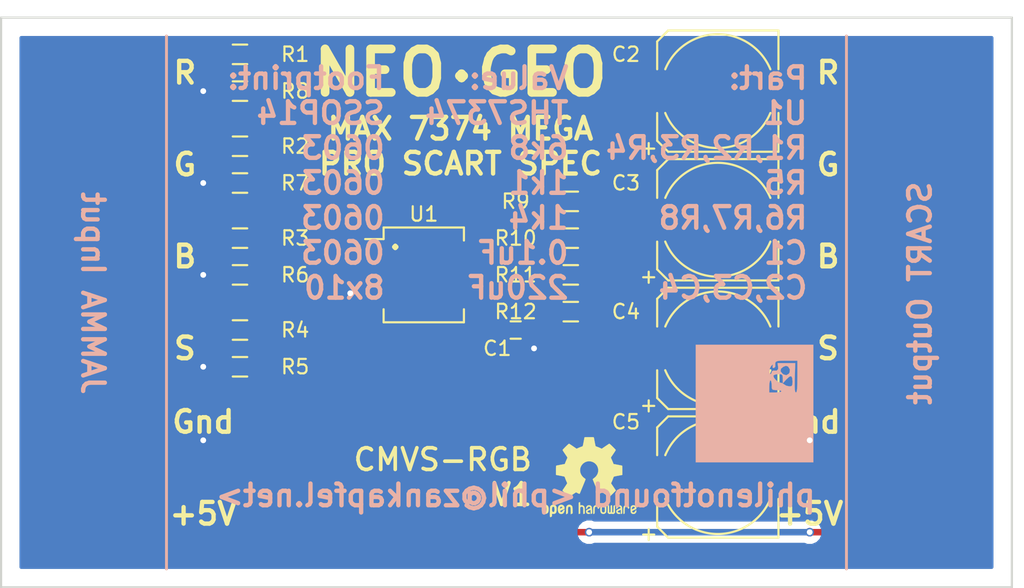
<source format=kicad_pcb>
(kicad_pcb (version 4) (host pcbnew 4.0.5+dfsg1-4)

  (general
    (links 36)
    (no_connects 0)
    (area 118.034999 91.3667 189.035 132.155001)
    (thickness 1.6)
    (drawings 28)
    (tracks 101)
    (zones 0)
    (modules 32)
    (nets 25)
  )

  (page A4)
  (layers
    (0 F.Cu signal)
    (31 B.Cu signal)
    (32 B.Adhes user)
    (33 F.Adhes user)
    (34 B.Paste user)
    (35 F.Paste user)
    (36 B.SilkS user)
    (37 F.SilkS user)
    (38 B.Mask user)
    (39 F.Mask user)
    (40 Dwgs.User user)
    (41 Cmts.User user)
    (42 Eco1.User user)
    (43 Eco2.User user)
    (44 Edge.Cuts user)
    (45 Margin user)
    (46 B.CrtYd user)
    (47 F.CrtYd user)
    (48 B.Fab user)
    (49 F.Fab user)
  )

  (setup
    (last_trace_width 0.25)
    (trace_clearance 0.2)
    (zone_clearance 0.508)
    (zone_45_only no)
    (trace_min 0.2)
    (segment_width 0.2)
    (edge_width 0.15)
    (via_size 0.6)
    (via_drill 0.4)
    (via_min_size 0.4)
    (via_min_drill 0.3)
    (uvia_size 0.3)
    (uvia_drill 0.1)
    (uvias_allowed no)
    (uvia_min_size 0.2)
    (uvia_min_drill 0.1)
    (pcb_text_width 0.3)
    (pcb_text_size 1.5 1.5)
    (mod_edge_width 0.15)
    (mod_text_size 1 1)
    (mod_text_width 0.15)
    (pad_size 1.524 1.524)
    (pad_drill 0.762)
    (pad_to_mask_clearance 0.0508)
    (aux_axis_origin 0 0)
    (visible_elements FFFFFF7F)
    (pcbplotparams
      (layerselection 0x00030_80000001)
      (usegerberextensions false)
      (excludeedgelayer true)
      (linewidth 0.100000)
      (plotframeref false)
      (viasonmask false)
      (mode 1)
      (useauxorigin false)
      (hpglpennumber 1)
      (hpglpenspeed 20)
      (hpglpendiameter 15)
      (hpglpenoverlay 2)
      (psnegative false)
      (psa4output false)
      (plotreference true)
      (plotvalue true)
      (plotinvisibletext false)
      (padsonsilk false)
      (subtractmaskfromsilk false)
      (outputformat 1)
      (mirror false)
      (drillshape 1)
      (scaleselection 1)
      (outputdirectory ""))
  )

  (net 0 "")
  (net 1 +5V)
  (net 2 GND)
  (net 3 "Net-(C2-Pad1)")
  (net 4 SCART_Red)
  (net 5 "Net-(C3-Pad1)")
  (net 6 SCART_Green)
  (net 7 "Net-(C5-Pad1)")
  (net 8 SCART_Sync)
  (net 9 "Net-(R1-Pad1)")
  (net 10 Jamma_Red)
  (net 11 "Net-(R2-Pad1)")
  (net 12 Jamma_Blue)
  (net 13 "Net-(R3-Pad1)")
  (net 14 Jamma_Green)
  (net 15 "Net-(R4-Pad1)")
  (net 16 Jamma_Sync)
  (net 17 "Net-(R9-Pad2)")
  (net 18 "Net-(R10-Pad2)")
  (net 19 "Net-(C4-Pad1)")
  (net 20 "Net-(R11-Pad2)")
  (net 21 "Net-(R12-Pad2)")
  (net 22 "Net-(U1-Pad7)")
  (net 23 "Net-(U1-Pad8)")
  (net 24 SCART_Blue)

  (net_class Default "This is the default net class."
    (clearance 0.2)
    (trace_width 0.25)
    (via_dia 0.6)
    (via_drill 0.4)
    (uvia_dia 0.3)
    (uvia_drill 0.1)
    (add_net Jamma_Blue)
    (add_net Jamma_Green)
    (add_net Jamma_Red)
    (add_net Jamma_Sync)
    (add_net "Net-(C2-Pad1)")
    (add_net "Net-(C3-Pad1)")
    (add_net "Net-(C4-Pad1)")
    (add_net "Net-(C5-Pad1)")
    (add_net "Net-(R1-Pad1)")
    (add_net "Net-(R10-Pad2)")
    (add_net "Net-(R11-Pad2)")
    (add_net "Net-(R12-Pad2)")
    (add_net "Net-(R2-Pad1)")
    (add_net "Net-(R3-Pad1)")
    (add_net "Net-(R4-Pad1)")
    (add_net "Net-(R9-Pad2)")
    (add_net "Net-(U1-Pad7)")
    (add_net "Net-(U1-Pad8)")
    (add_net SCART_Blue)
    (add_net SCART_Green)
    (add_net SCART_Red)
    (add_net SCART_Sync)
  )

  (net_class +5V ""
    (clearance 0.2)
    (trace_width 0.45)
    (via_dia 0.6)
    (via_drill 0.4)
    (uvia_dia 0.3)
    (uvia_drill 0.1)
    (add_net +5V)
  )

  (net_class GND ""
    (clearance 0.2)
    (trace_width 0.45)
    (via_dia 0.6)
    (via_drill 0.4)
    (uvia_dia 0.3)
    (uvia_drill 0.1)
    (add_net GND)
  )

  (module Capacitors_SMD:C_0603 (layer F.Cu) (tedit 5AD0419A) (tstamp 5ACF291D)
    (at 153.67 114.3)
    (descr "Capacitor SMD 0603, reflow soldering, AVX (see smccp.pdf)")
    (tags "capacitor 0603")
    (path /5AC2B28E)
    (attr smd)
    (fp_text reference C1 (at -1.27 1.27) (layer F.SilkS)
      (effects (font (size 1 1) (thickness 0.15)))
    )
    (fp_text value 0.1uF (at 0 1.9) (layer F.Fab)
      (effects (font (size 1 1) (thickness 0.15)))
    )
    (fp_line (start -0.8 0.4) (end -0.8 -0.4) (layer F.Fab) (width 0.15))
    (fp_line (start 0.8 0.4) (end -0.8 0.4) (layer F.Fab) (width 0.15))
    (fp_line (start 0.8 -0.4) (end 0.8 0.4) (layer F.Fab) (width 0.15))
    (fp_line (start -0.8 -0.4) (end 0.8 -0.4) (layer F.Fab) (width 0.15))
    (fp_line (start -1.45 -0.75) (end 1.45 -0.75) (layer F.CrtYd) (width 0.05))
    (fp_line (start -1.45 0.75) (end 1.45 0.75) (layer F.CrtYd) (width 0.05))
    (fp_line (start -1.45 -0.75) (end -1.45 0.75) (layer F.CrtYd) (width 0.05))
    (fp_line (start 1.45 -0.75) (end 1.45 0.75) (layer F.CrtYd) (width 0.05))
    (fp_line (start -0.35 -0.6) (end 0.35 -0.6) (layer F.SilkS) (width 0.15))
    (fp_line (start 0.35 0.6) (end -0.35 0.6) (layer F.SilkS) (width 0.15))
    (pad 1 smd rect (at -0.75 0) (size 0.8 0.75) (layers F.Cu F.Paste F.Mask)
      (net 1 +5V))
    (pad 2 smd rect (at 0.75 0) (size 0.8 0.75) (layers F.Cu F.Paste F.Mask)
      (net 2 GND))
    (model Capacitors_SMD.3dshapes/C_0603.wrl
      (at (xyz 0 0 0))
      (scale (xyz 1 1 1))
      (rotate (xyz 0 0 0))
    )
  )

  (module Capacitors_SMD:c_elec_8x10 (layer F.Cu) (tedit 5AD04136) (tstamp 5ACF2939)
    (at 167.64 97.79)
    (descr "SMT capacitor, aluminium electrolytic, 8x10")
    (path /5ACE79D6)
    (attr smd)
    (fp_text reference C2 (at -6.35 -2.54) (layer F.SilkS)
      (effects (font (size 1 1) (thickness 0.15)))
    )
    (fp_text value 220uF (at 0 -5.4483) (layer F.Fab)
      (effects (font (size 1 1) (thickness 0.15)))
    )
    (fp_text user + (at -2.3114 -0.0762) (layer F.Fab)
      (effects (font (size 1 1) (thickness 0.15)))
    )
    (fp_line (start 4.0386 4.0386) (end 4.0386 -4.0386) (layer F.Fab) (width 0.15))
    (fp_line (start -3.3655 4.0386) (end 4.0386 4.0386) (layer F.Fab) (width 0.15))
    (fp_line (start -4.0386 3.3655) (end -3.3655 4.0386) (layer F.Fab) (width 0.15))
    (fp_line (start -4.0386 -3.3655) (end -4.0386 3.3655) (layer F.Fab) (width 0.15))
    (fp_line (start -3.3655 -4.0386) (end -4.0386 -3.3655) (layer F.Fab) (width 0.15))
    (fp_line (start 4.0386 -4.0386) (end -3.3655 -4.0386) (layer F.Fab) (width 0.15))
    (fp_arc (start 0 0) (end 3.6322 1.5113) (angle 134.8591484) (layer F.SilkS) (width 0.15))
    (fp_arc (start 0 0) (end -3.6322 -1.5113) (angle 134.8460503) (layer F.SilkS) (width 0.15))
    (fp_line (start 4.191 4.191) (end 4.191 1.5113) (layer F.SilkS) (width 0.15))
    (fp_line (start 4.191 -4.191) (end 4.191 -1.5113) (layer F.SilkS) (width 0.15))
    (fp_line (start -4.191 -3.429) (end -4.191 -1.5113) (layer F.SilkS) (width 0.15))
    (fp_line (start -4.191 3.429) (end -4.191 1.5113) (layer F.SilkS) (width 0.15))
    (fp_text user + (at -4.7752 3.8989) (layer F.SilkS)
      (effects (font (size 1 1) (thickness 0.15)))
    )
    (fp_line (start 5.35 -4.55) (end -5.35 -4.55) (layer F.CrtYd) (width 0.05))
    (fp_line (start -5.35 -4.55) (end -5.35 4.55) (layer F.CrtYd) (width 0.05))
    (fp_line (start -5.35 4.55) (end 5.35 4.55) (layer F.CrtYd) (width 0.05))
    (fp_line (start 5.35 4.55) (end 5.35 -4.55) (layer F.CrtYd) (width 0.05))
    (fp_line (start 4.191 4.191) (end -3.429 4.191) (layer F.SilkS) (width 0.15))
    (fp_line (start -3.429 4.191) (end -4.191 3.429) (layer F.SilkS) (width 0.15))
    (fp_line (start -4.191 -3.429) (end -3.429 -4.191) (layer F.SilkS) (width 0.15))
    (fp_line (start -3.429 -4.191) (end 4.191 -4.191) (layer F.SilkS) (width 0.15))
    (pad 1 smd rect (at -3.05 0 180) (size 4 2.5) (layers F.Cu F.Paste F.Mask)
      (net 3 "Net-(C2-Pad1)"))
    (pad 2 smd rect (at 3.05 0 180) (size 4 2.5) (layers F.Cu F.Paste F.Mask)
      (net 4 SCART_Red))
    (model Capacitors_SMD.3dshapes/c_elec_8x10.wrl
      (at (xyz 0 0 0))
      (scale (xyz 1 1 1))
      (rotate (xyz 0 0 180))
    )
  )

  (module Capacitors_SMD:c_elec_8x10 (layer F.Cu) (tedit 5AD04142) (tstamp 5ACF2955)
    (at 167.64 106.68)
    (descr "SMT capacitor, aluminium electrolytic, 8x10")
    (path /5ACE7CB7)
    (attr smd)
    (fp_text reference C3 (at -6.35 -2.54) (layer F.SilkS)
      (effects (font (size 1 1) (thickness 0.15)))
    )
    (fp_text value 220uF (at 0 -5.4483) (layer F.Fab)
      (effects (font (size 1 1) (thickness 0.15)))
    )
    (fp_text user + (at -2.3114 -0.0762) (layer F.Fab)
      (effects (font (size 1 1) (thickness 0.15)))
    )
    (fp_line (start 4.0386 4.0386) (end 4.0386 -4.0386) (layer F.Fab) (width 0.15))
    (fp_line (start -3.3655 4.0386) (end 4.0386 4.0386) (layer F.Fab) (width 0.15))
    (fp_line (start -4.0386 3.3655) (end -3.3655 4.0386) (layer F.Fab) (width 0.15))
    (fp_line (start -4.0386 -3.3655) (end -4.0386 3.3655) (layer F.Fab) (width 0.15))
    (fp_line (start -3.3655 -4.0386) (end -4.0386 -3.3655) (layer F.Fab) (width 0.15))
    (fp_line (start 4.0386 -4.0386) (end -3.3655 -4.0386) (layer F.Fab) (width 0.15))
    (fp_arc (start 0 0) (end 3.6322 1.5113) (angle 134.8591484) (layer F.SilkS) (width 0.15))
    (fp_arc (start 0 0) (end -3.6322 -1.5113) (angle 134.8460503) (layer F.SilkS) (width 0.15))
    (fp_line (start 4.191 4.191) (end 4.191 1.5113) (layer F.SilkS) (width 0.15))
    (fp_line (start 4.191 -4.191) (end 4.191 -1.5113) (layer F.SilkS) (width 0.15))
    (fp_line (start -4.191 -3.429) (end -4.191 -1.5113) (layer F.SilkS) (width 0.15))
    (fp_line (start -4.191 3.429) (end -4.191 1.5113) (layer F.SilkS) (width 0.15))
    (fp_text user + (at -4.7752 3.8989) (layer F.SilkS)
      (effects (font (size 1 1) (thickness 0.15)))
    )
    (fp_line (start 5.35 -4.55) (end -5.35 -4.55) (layer F.CrtYd) (width 0.05))
    (fp_line (start -5.35 -4.55) (end -5.35 4.55) (layer F.CrtYd) (width 0.05))
    (fp_line (start -5.35 4.55) (end 5.35 4.55) (layer F.CrtYd) (width 0.05))
    (fp_line (start 5.35 4.55) (end 5.35 -4.55) (layer F.CrtYd) (width 0.05))
    (fp_line (start 4.191 4.191) (end -3.429 4.191) (layer F.SilkS) (width 0.15))
    (fp_line (start -3.429 4.191) (end -4.191 3.429) (layer F.SilkS) (width 0.15))
    (fp_line (start -4.191 -3.429) (end -3.429 -4.191) (layer F.SilkS) (width 0.15))
    (fp_line (start -3.429 -4.191) (end 4.191 -4.191) (layer F.SilkS) (width 0.15))
    (pad 1 smd rect (at -3.05 0 180) (size 4 2.5) (layers F.Cu F.Paste F.Mask)
      (net 5 "Net-(C3-Pad1)"))
    (pad 2 smd rect (at 3.05 0 180) (size 4 2.5) (layers F.Cu F.Paste F.Mask)
      (net 6 SCART_Green))
    (model Capacitors_SMD.3dshapes/c_elec_8x10.wrl
      (at (xyz 0 0 0))
      (scale (xyz 1 1 1))
      (rotate (xyz 0 0 180))
    )
  )

  (module Capacitors_SMD:c_elec_8x10 (layer F.Cu) (tedit 5AD04149) (tstamp 5ACF2971)
    (at 167.64 115.57)
    (descr "SMT capacitor, aluminium electrolytic, 8x10")
    (path /5ACE7F0B)
    (attr smd)
    (fp_text reference C4 (at -6.35 -2.54) (layer F.SilkS)
      (effects (font (size 1 1) (thickness 0.15)))
    )
    (fp_text value 220uF (at 0 -5.4483) (layer F.Fab)
      (effects (font (size 1 1) (thickness 0.15)))
    )
    (fp_text user + (at -2.3114 -0.0762) (layer F.Fab)
      (effects (font (size 1 1) (thickness 0.15)))
    )
    (fp_line (start 4.0386 4.0386) (end 4.0386 -4.0386) (layer F.Fab) (width 0.15))
    (fp_line (start -3.3655 4.0386) (end 4.0386 4.0386) (layer F.Fab) (width 0.15))
    (fp_line (start -4.0386 3.3655) (end -3.3655 4.0386) (layer F.Fab) (width 0.15))
    (fp_line (start -4.0386 -3.3655) (end -4.0386 3.3655) (layer F.Fab) (width 0.15))
    (fp_line (start -3.3655 -4.0386) (end -4.0386 -3.3655) (layer F.Fab) (width 0.15))
    (fp_line (start 4.0386 -4.0386) (end -3.3655 -4.0386) (layer F.Fab) (width 0.15))
    (fp_arc (start 0 0) (end 3.6322 1.5113) (angle 134.8591484) (layer F.SilkS) (width 0.15))
    (fp_arc (start 0 0) (end -3.6322 -1.5113) (angle 134.8460503) (layer F.SilkS) (width 0.15))
    (fp_line (start 4.191 4.191) (end 4.191 1.5113) (layer F.SilkS) (width 0.15))
    (fp_line (start 4.191 -4.191) (end 4.191 -1.5113) (layer F.SilkS) (width 0.15))
    (fp_line (start -4.191 -3.429) (end -4.191 -1.5113) (layer F.SilkS) (width 0.15))
    (fp_line (start -4.191 3.429) (end -4.191 1.5113) (layer F.SilkS) (width 0.15))
    (fp_text user + (at -4.7752 3.8989) (layer F.SilkS)
      (effects (font (size 1 1) (thickness 0.15)))
    )
    (fp_line (start 5.35 -4.55) (end -5.35 -4.55) (layer F.CrtYd) (width 0.05))
    (fp_line (start -5.35 -4.55) (end -5.35 4.55) (layer F.CrtYd) (width 0.05))
    (fp_line (start -5.35 4.55) (end 5.35 4.55) (layer F.CrtYd) (width 0.05))
    (fp_line (start 5.35 4.55) (end 5.35 -4.55) (layer F.CrtYd) (width 0.05))
    (fp_line (start 4.191 4.191) (end -3.429 4.191) (layer F.SilkS) (width 0.15))
    (fp_line (start -3.429 4.191) (end -4.191 3.429) (layer F.SilkS) (width 0.15))
    (fp_line (start -4.191 -3.429) (end -3.429 -4.191) (layer F.SilkS) (width 0.15))
    (fp_line (start -3.429 -4.191) (end 4.191 -4.191) (layer F.SilkS) (width 0.15))
    (pad 1 smd rect (at -3.05 0 180) (size 4 2.5) (layers F.Cu F.Paste F.Mask)
      (net 19 "Net-(C4-Pad1)"))
    (pad 2 smd rect (at 3.05 0 180) (size 4 2.5) (layers F.Cu F.Paste F.Mask)
      (net 24 SCART_Blue))
    (model Capacitors_SMD.3dshapes/c_elec_8x10.wrl
      (at (xyz 0 0 0))
      (scale (xyz 1 1 1))
      (rotate (xyz 0 0 180))
    )
  )

  (module Capacitors_SMD:c_elec_8x10 (layer F.Cu) (tedit 5AD0414E) (tstamp 5ACF298D)
    (at 167.64 124.46)
    (descr "SMT capacitor, aluminium electrolytic, 8x10")
    (path /5ACE7F8C)
    (attr smd)
    (fp_text reference C5 (at -6.35 -3.81) (layer F.SilkS)
      (effects (font (size 1 1) (thickness 0.15)))
    )
    (fp_text value 220uF (at 0 -5.4483) (layer F.Fab)
      (effects (font (size 1 1) (thickness 0.15)))
    )
    (fp_text user + (at -2.3114 -0.0762) (layer F.Fab)
      (effects (font (size 1 1) (thickness 0.15)))
    )
    (fp_line (start 4.0386 4.0386) (end 4.0386 -4.0386) (layer F.Fab) (width 0.15))
    (fp_line (start -3.3655 4.0386) (end 4.0386 4.0386) (layer F.Fab) (width 0.15))
    (fp_line (start -4.0386 3.3655) (end -3.3655 4.0386) (layer F.Fab) (width 0.15))
    (fp_line (start -4.0386 -3.3655) (end -4.0386 3.3655) (layer F.Fab) (width 0.15))
    (fp_line (start -3.3655 -4.0386) (end -4.0386 -3.3655) (layer F.Fab) (width 0.15))
    (fp_line (start 4.0386 -4.0386) (end -3.3655 -4.0386) (layer F.Fab) (width 0.15))
    (fp_arc (start 0 0) (end 3.6322 1.5113) (angle 134.8591484) (layer F.SilkS) (width 0.15))
    (fp_arc (start 0 0) (end -3.6322 -1.5113) (angle 134.8460503) (layer F.SilkS) (width 0.15))
    (fp_line (start 4.191 4.191) (end 4.191 1.5113) (layer F.SilkS) (width 0.15))
    (fp_line (start 4.191 -4.191) (end 4.191 -1.5113) (layer F.SilkS) (width 0.15))
    (fp_line (start -4.191 -3.429) (end -4.191 -1.5113) (layer F.SilkS) (width 0.15))
    (fp_line (start -4.191 3.429) (end -4.191 1.5113) (layer F.SilkS) (width 0.15))
    (fp_text user + (at -4.7752 3.8989) (layer F.SilkS)
      (effects (font (size 1 1) (thickness 0.15)))
    )
    (fp_line (start 5.35 -4.55) (end -5.35 -4.55) (layer F.CrtYd) (width 0.05))
    (fp_line (start -5.35 -4.55) (end -5.35 4.55) (layer F.CrtYd) (width 0.05))
    (fp_line (start -5.35 4.55) (end 5.35 4.55) (layer F.CrtYd) (width 0.05))
    (fp_line (start 5.35 4.55) (end 5.35 -4.55) (layer F.CrtYd) (width 0.05))
    (fp_line (start 4.191 4.191) (end -3.429 4.191) (layer F.SilkS) (width 0.15))
    (fp_line (start -3.429 4.191) (end -4.191 3.429) (layer F.SilkS) (width 0.15))
    (fp_line (start -4.191 -3.429) (end -3.429 -4.191) (layer F.SilkS) (width 0.15))
    (fp_line (start -3.429 -4.191) (end 4.191 -4.191) (layer F.SilkS) (width 0.15))
    (pad 1 smd rect (at -3.05 0 180) (size 4 2.5) (layers F.Cu F.Paste F.Mask)
      (net 7 "Net-(C5-Pad1)"))
    (pad 2 smd rect (at 3.05 0 180) (size 4 2.5) (layers F.Cu F.Paste F.Mask)
      (net 8 SCART_Sync))
    (model Capacitors_SMD.3dshapes/c_elec_8x10.wrl
      (at (xyz 0 0 0))
      (scale (xyz 1 1 1))
      (rotate (xyz 0 0 180))
    )
  )

  (module Resistors_SMD:R_0603_HandSoldering (layer F.Cu) (tedit 5AD04157) (tstamp 5ACF299D)
    (at 134.62 95.25 180)
    (descr "Resistor SMD 0603, hand soldering")
    (tags "resistor 0603")
    (path /5AC28D24)
    (attr smd)
    (fp_text reference R1 (at -3.81 0 180) (layer F.SilkS)
      (effects (font (size 1 1) (thickness 0.15)))
    )
    (fp_text value 6k8 (at 0 1.9 180) (layer F.Fab)
      (effects (font (size 1 1) (thickness 0.15)))
    )
    (fp_line (start -0.8 0.4) (end -0.8 -0.4) (layer F.Fab) (width 0.1))
    (fp_line (start 0.8 0.4) (end -0.8 0.4) (layer F.Fab) (width 0.1))
    (fp_line (start 0.8 -0.4) (end 0.8 0.4) (layer F.Fab) (width 0.1))
    (fp_line (start -0.8 -0.4) (end 0.8 -0.4) (layer F.Fab) (width 0.1))
    (fp_line (start -2 -0.8) (end 2 -0.8) (layer F.CrtYd) (width 0.05))
    (fp_line (start -2 0.8) (end 2 0.8) (layer F.CrtYd) (width 0.05))
    (fp_line (start -2 -0.8) (end -2 0.8) (layer F.CrtYd) (width 0.05))
    (fp_line (start 2 -0.8) (end 2 0.8) (layer F.CrtYd) (width 0.05))
    (fp_line (start 0.5 0.675) (end -0.5 0.675) (layer F.SilkS) (width 0.15))
    (fp_line (start -0.5 -0.675) (end 0.5 -0.675) (layer F.SilkS) (width 0.15))
    (pad 1 smd rect (at -1.1 0 180) (size 1.2 0.9) (layers F.Cu F.Paste F.Mask)
      (net 9 "Net-(R1-Pad1)"))
    (pad 2 smd rect (at 1.1 0 180) (size 1.2 0.9) (layers F.Cu F.Paste F.Mask)
      (net 10 Jamma_Red))
    (model Resistors_SMD.3dshapes/R_0603_HandSoldering.wrl
      (at (xyz 0 0 0))
      (scale (xyz 1 1 1))
      (rotate (xyz 0 0 0))
    )
  )

  (module Resistors_SMD:R_0603_HandSoldering (layer F.Cu) (tedit 5AD04163) (tstamp 5ACF29AD)
    (at 134.62 101.6 180)
    (descr "Resistor SMD 0603, hand soldering")
    (tags "resistor 0603")
    (path /5AC28EE1)
    (attr smd)
    (fp_text reference R2 (at -3.81 0 180) (layer F.SilkS)
      (effects (font (size 1 1) (thickness 0.15)))
    )
    (fp_text value 6k8 (at 0 1.9 180) (layer F.Fab)
      (effects (font (size 1 1) (thickness 0.15)))
    )
    (fp_line (start -0.8 0.4) (end -0.8 -0.4) (layer F.Fab) (width 0.1))
    (fp_line (start 0.8 0.4) (end -0.8 0.4) (layer F.Fab) (width 0.1))
    (fp_line (start 0.8 -0.4) (end 0.8 0.4) (layer F.Fab) (width 0.1))
    (fp_line (start -0.8 -0.4) (end 0.8 -0.4) (layer F.Fab) (width 0.1))
    (fp_line (start -2 -0.8) (end 2 -0.8) (layer F.CrtYd) (width 0.05))
    (fp_line (start -2 0.8) (end 2 0.8) (layer F.CrtYd) (width 0.05))
    (fp_line (start -2 -0.8) (end -2 0.8) (layer F.CrtYd) (width 0.05))
    (fp_line (start 2 -0.8) (end 2 0.8) (layer F.CrtYd) (width 0.05))
    (fp_line (start 0.5 0.675) (end -0.5 0.675) (layer F.SilkS) (width 0.15))
    (fp_line (start -0.5 -0.675) (end 0.5 -0.675) (layer F.SilkS) (width 0.15))
    (pad 1 smd rect (at -1.1 0 180) (size 1.2 0.9) (layers F.Cu F.Paste F.Mask)
      (net 11 "Net-(R2-Pad1)"))
    (pad 2 smd rect (at 1.1 0 180) (size 1.2 0.9) (layers F.Cu F.Paste F.Mask)
      (net 12 Jamma_Blue))
    (model Resistors_SMD.3dshapes/R_0603_HandSoldering.wrl
      (at (xyz 0 0 0))
      (scale (xyz 1 1 1))
      (rotate (xyz 0 0 0))
    )
  )

  (module Resistors_SMD:R_0603_HandSoldering (layer F.Cu) (tedit 5AD0416E) (tstamp 5ACF29BD)
    (at 134.62 107.95 180)
    (descr "Resistor SMD 0603, hand soldering")
    (tags "resistor 0603")
    (path /5AC28DF2)
    (attr smd)
    (fp_text reference R3 (at -3.81 0 180) (layer F.SilkS)
      (effects (font (size 1 1) (thickness 0.15)))
    )
    (fp_text value 6k8 (at 0 1.9 180) (layer F.Fab)
      (effects (font (size 1 1) (thickness 0.15)))
    )
    (fp_line (start -0.8 0.4) (end -0.8 -0.4) (layer F.Fab) (width 0.1))
    (fp_line (start 0.8 0.4) (end -0.8 0.4) (layer F.Fab) (width 0.1))
    (fp_line (start 0.8 -0.4) (end 0.8 0.4) (layer F.Fab) (width 0.1))
    (fp_line (start -0.8 -0.4) (end 0.8 -0.4) (layer F.Fab) (width 0.1))
    (fp_line (start -2 -0.8) (end 2 -0.8) (layer F.CrtYd) (width 0.05))
    (fp_line (start -2 0.8) (end 2 0.8) (layer F.CrtYd) (width 0.05))
    (fp_line (start -2 -0.8) (end -2 0.8) (layer F.CrtYd) (width 0.05))
    (fp_line (start 2 -0.8) (end 2 0.8) (layer F.CrtYd) (width 0.05))
    (fp_line (start 0.5 0.675) (end -0.5 0.675) (layer F.SilkS) (width 0.15))
    (fp_line (start -0.5 -0.675) (end 0.5 -0.675) (layer F.SilkS) (width 0.15))
    (pad 1 smd rect (at -1.1 0 180) (size 1.2 0.9) (layers F.Cu F.Paste F.Mask)
      (net 13 "Net-(R3-Pad1)"))
    (pad 2 smd rect (at 1.1 0 180) (size 1.2 0.9) (layers F.Cu F.Paste F.Mask)
      (net 14 Jamma_Green))
    (model Resistors_SMD.3dshapes/R_0603_HandSoldering.wrl
      (at (xyz 0 0 0))
      (scale (xyz 1 1 1))
      (rotate (xyz 0 0 0))
    )
  )

  (module Resistors_SMD:R_0603_HandSoldering (layer F.Cu) (tedit 5AD04176) (tstamp 5ACF29CD)
    (at 134.62 114.3 180)
    (descr "Resistor SMD 0603, hand soldering")
    (tags "resistor 0603")
    (path /5AC28E54)
    (attr smd)
    (fp_text reference R4 (at -3.81 0 180) (layer F.SilkS)
      (effects (font (size 1 1) (thickness 0.15)))
    )
    (fp_text value 6k8 (at 0 1.9 180) (layer F.Fab)
      (effects (font (size 1 1) (thickness 0.15)))
    )
    (fp_line (start -0.8 0.4) (end -0.8 -0.4) (layer F.Fab) (width 0.1))
    (fp_line (start 0.8 0.4) (end -0.8 0.4) (layer F.Fab) (width 0.1))
    (fp_line (start 0.8 -0.4) (end 0.8 0.4) (layer F.Fab) (width 0.1))
    (fp_line (start -0.8 -0.4) (end 0.8 -0.4) (layer F.Fab) (width 0.1))
    (fp_line (start -2 -0.8) (end 2 -0.8) (layer F.CrtYd) (width 0.05))
    (fp_line (start -2 0.8) (end 2 0.8) (layer F.CrtYd) (width 0.05))
    (fp_line (start -2 -0.8) (end -2 0.8) (layer F.CrtYd) (width 0.05))
    (fp_line (start 2 -0.8) (end 2 0.8) (layer F.CrtYd) (width 0.05))
    (fp_line (start 0.5 0.675) (end -0.5 0.675) (layer F.SilkS) (width 0.15))
    (fp_line (start -0.5 -0.675) (end 0.5 -0.675) (layer F.SilkS) (width 0.15))
    (pad 1 smd rect (at -1.1 0 180) (size 1.2 0.9) (layers F.Cu F.Paste F.Mask)
      (net 15 "Net-(R4-Pad1)"))
    (pad 2 smd rect (at 1.1 0 180) (size 1.2 0.9) (layers F.Cu F.Paste F.Mask)
      (net 16 Jamma_Sync))
    (model Resistors_SMD.3dshapes/R_0603_HandSoldering.wrl
      (at (xyz 0 0 0))
      (scale (xyz 1 1 1))
      (rotate (xyz 0 0 0))
    )
  )

  (module Resistors_SMD:R_0603_HandSoldering (layer F.Cu) (tedit 5AD0417A) (tstamp 5ACF29DD)
    (at 134.62 116.84 180)
    (descr "Resistor SMD 0603, hand soldering")
    (tags "resistor 0603")
    (path /5AC28C00)
    (attr smd)
    (fp_text reference R5 (at -3.81 0 180) (layer F.SilkS)
      (effects (font (size 1 1) (thickness 0.15)))
    )
    (fp_text value 1k1 (at 0 1.9 180) (layer F.Fab)
      (effects (font (size 1 1) (thickness 0.15)))
    )
    (fp_line (start -0.8 0.4) (end -0.8 -0.4) (layer F.Fab) (width 0.1))
    (fp_line (start 0.8 0.4) (end -0.8 0.4) (layer F.Fab) (width 0.1))
    (fp_line (start 0.8 -0.4) (end 0.8 0.4) (layer F.Fab) (width 0.1))
    (fp_line (start -0.8 -0.4) (end 0.8 -0.4) (layer F.Fab) (width 0.1))
    (fp_line (start -2 -0.8) (end 2 -0.8) (layer F.CrtYd) (width 0.05))
    (fp_line (start -2 0.8) (end 2 0.8) (layer F.CrtYd) (width 0.05))
    (fp_line (start -2 -0.8) (end -2 0.8) (layer F.CrtYd) (width 0.05))
    (fp_line (start 2 -0.8) (end 2 0.8) (layer F.CrtYd) (width 0.05))
    (fp_line (start 0.5 0.675) (end -0.5 0.675) (layer F.SilkS) (width 0.15))
    (fp_line (start -0.5 -0.675) (end 0.5 -0.675) (layer F.SilkS) (width 0.15))
    (pad 1 smd rect (at -1.1 0 180) (size 1.2 0.9) (layers F.Cu F.Paste F.Mask)
      (net 15 "Net-(R4-Pad1)"))
    (pad 2 smd rect (at 1.1 0 180) (size 1.2 0.9) (layers F.Cu F.Paste F.Mask)
      (net 2 GND))
    (model Resistors_SMD.3dshapes/R_0603_HandSoldering.wrl
      (at (xyz 0 0 0))
      (scale (xyz 1 1 1))
      (rotate (xyz 0 0 0))
    )
  )

  (module Resistors_SMD:R_0603_HandSoldering (layer F.Cu) (tedit 5AD04172) (tstamp 5ACF29ED)
    (at 134.62 110.49 180)
    (descr "Resistor SMD 0603, hand soldering")
    (tags "resistor 0603")
    (path /5AC28B9F)
    (attr smd)
    (fp_text reference R6 (at -3.81 0 180) (layer F.SilkS)
      (effects (font (size 1 1) (thickness 0.15)))
    )
    (fp_text value 1k4 (at 0 1.9 180) (layer F.Fab)
      (effects (font (size 1 1) (thickness 0.15)))
    )
    (fp_line (start -0.8 0.4) (end -0.8 -0.4) (layer F.Fab) (width 0.1))
    (fp_line (start 0.8 0.4) (end -0.8 0.4) (layer F.Fab) (width 0.1))
    (fp_line (start 0.8 -0.4) (end 0.8 0.4) (layer F.Fab) (width 0.1))
    (fp_line (start -0.8 -0.4) (end 0.8 -0.4) (layer F.Fab) (width 0.1))
    (fp_line (start -2 -0.8) (end 2 -0.8) (layer F.CrtYd) (width 0.05))
    (fp_line (start -2 0.8) (end 2 0.8) (layer F.CrtYd) (width 0.05))
    (fp_line (start -2 -0.8) (end -2 0.8) (layer F.CrtYd) (width 0.05))
    (fp_line (start 2 -0.8) (end 2 0.8) (layer F.CrtYd) (width 0.05))
    (fp_line (start 0.5 0.675) (end -0.5 0.675) (layer F.SilkS) (width 0.15))
    (fp_line (start -0.5 -0.675) (end 0.5 -0.675) (layer F.SilkS) (width 0.15))
    (pad 1 smd rect (at -1.1 0 180) (size 1.2 0.9) (layers F.Cu F.Paste F.Mask)
      (net 13 "Net-(R3-Pad1)"))
    (pad 2 smd rect (at 1.1 0 180) (size 1.2 0.9) (layers F.Cu F.Paste F.Mask)
      (net 2 GND))
    (model Resistors_SMD.3dshapes/R_0603_HandSoldering.wrl
      (at (xyz 0 0 0))
      (scale (xyz 1 1 1))
      (rotate (xyz 0 0 0))
    )
  )

  (module Resistors_SMD:R_0603_HandSoldering (layer F.Cu) (tedit 5AD04168) (tstamp 5ACF29FD)
    (at 134.62 104.14 180)
    (descr "Resistor SMD 0603, hand soldering")
    (tags "resistor 0603")
    (path /5AC2875D)
    (attr smd)
    (fp_text reference R7 (at -3.81 0 180) (layer F.SilkS)
      (effects (font (size 1 1) (thickness 0.15)))
    )
    (fp_text value 1k4 (at 0 1.9 180) (layer F.Fab)
      (effects (font (size 1 1) (thickness 0.15)))
    )
    (fp_line (start -0.8 0.4) (end -0.8 -0.4) (layer F.Fab) (width 0.1))
    (fp_line (start 0.8 0.4) (end -0.8 0.4) (layer F.Fab) (width 0.1))
    (fp_line (start 0.8 -0.4) (end 0.8 0.4) (layer F.Fab) (width 0.1))
    (fp_line (start -0.8 -0.4) (end 0.8 -0.4) (layer F.Fab) (width 0.1))
    (fp_line (start -2 -0.8) (end 2 -0.8) (layer F.CrtYd) (width 0.05))
    (fp_line (start -2 0.8) (end 2 0.8) (layer F.CrtYd) (width 0.05))
    (fp_line (start -2 -0.8) (end -2 0.8) (layer F.CrtYd) (width 0.05))
    (fp_line (start 2 -0.8) (end 2 0.8) (layer F.CrtYd) (width 0.05))
    (fp_line (start 0.5 0.675) (end -0.5 0.675) (layer F.SilkS) (width 0.15))
    (fp_line (start -0.5 -0.675) (end 0.5 -0.675) (layer F.SilkS) (width 0.15))
    (pad 1 smd rect (at -1.1 0 180) (size 1.2 0.9) (layers F.Cu F.Paste F.Mask)
      (net 11 "Net-(R2-Pad1)"))
    (pad 2 smd rect (at 1.1 0 180) (size 1.2 0.9) (layers F.Cu F.Paste F.Mask)
      (net 2 GND))
    (model Resistors_SMD.3dshapes/R_0603_HandSoldering.wrl
      (at (xyz 0 0 0))
      (scale (xyz 1 1 1))
      (rotate (xyz 0 0 0))
    )
  )

  (module Resistors_SMD:R_0603_HandSoldering (layer F.Cu) (tedit 5AD0415E) (tstamp 5ACF2A0D)
    (at 134.62 97.79 180)
    (descr "Resistor SMD 0603, hand soldering")
    (tags "resistor 0603")
    (path /5AC28C8F)
    (attr smd)
    (fp_text reference R8 (at -3.81 0 180) (layer F.SilkS)
      (effects (font (size 1 1) (thickness 0.15)))
    )
    (fp_text value 1k4 (at 0 1.9 180) (layer F.Fab)
      (effects (font (size 1 1) (thickness 0.15)))
    )
    (fp_line (start -0.8 0.4) (end -0.8 -0.4) (layer F.Fab) (width 0.1))
    (fp_line (start 0.8 0.4) (end -0.8 0.4) (layer F.Fab) (width 0.1))
    (fp_line (start 0.8 -0.4) (end 0.8 0.4) (layer F.Fab) (width 0.1))
    (fp_line (start -0.8 -0.4) (end 0.8 -0.4) (layer F.Fab) (width 0.1))
    (fp_line (start -2 -0.8) (end 2 -0.8) (layer F.CrtYd) (width 0.05))
    (fp_line (start -2 0.8) (end 2 0.8) (layer F.CrtYd) (width 0.05))
    (fp_line (start -2 -0.8) (end -2 0.8) (layer F.CrtYd) (width 0.05))
    (fp_line (start 2 -0.8) (end 2 0.8) (layer F.CrtYd) (width 0.05))
    (fp_line (start 0.5 0.675) (end -0.5 0.675) (layer F.SilkS) (width 0.15))
    (fp_line (start -0.5 -0.675) (end 0.5 -0.675) (layer F.SilkS) (width 0.15))
    (pad 1 smd rect (at -1.1 0 180) (size 1.2 0.9) (layers F.Cu F.Paste F.Mask)
      (net 9 "Net-(R1-Pad1)"))
    (pad 2 smd rect (at 1.1 0 180) (size 1.2 0.9) (layers F.Cu F.Paste F.Mask)
      (net 2 GND))
    (model Resistors_SMD.3dshapes/R_0603_HandSoldering.wrl
      (at (xyz 0 0 0))
      (scale (xyz 1 1 1))
      (rotate (xyz 0 0 0))
    )
  )

  (module Resistors_SMD:R_0603_HandSoldering (layer F.Cu) (tedit 5AD04183) (tstamp 5ACF2A1D)
    (at 157.48 105.41 180)
    (descr "Resistor SMD 0603, hand soldering")
    (tags "resistor 0603")
    (path /5AC29C32)
    (attr smd)
    (fp_text reference R9 (at 3.81 0 180) (layer F.SilkS)
      (effects (font (size 1 1) (thickness 0.15)))
    )
    (fp_text value 75R (at 0 1.9 180) (layer F.Fab)
      (effects (font (size 1 1) (thickness 0.15)))
    )
    (fp_line (start -0.8 0.4) (end -0.8 -0.4) (layer F.Fab) (width 0.1))
    (fp_line (start 0.8 0.4) (end -0.8 0.4) (layer F.Fab) (width 0.1))
    (fp_line (start 0.8 -0.4) (end 0.8 0.4) (layer F.Fab) (width 0.1))
    (fp_line (start -0.8 -0.4) (end 0.8 -0.4) (layer F.Fab) (width 0.1))
    (fp_line (start -2 -0.8) (end 2 -0.8) (layer F.CrtYd) (width 0.05))
    (fp_line (start -2 0.8) (end 2 0.8) (layer F.CrtYd) (width 0.05))
    (fp_line (start -2 -0.8) (end -2 0.8) (layer F.CrtYd) (width 0.05))
    (fp_line (start 2 -0.8) (end 2 0.8) (layer F.CrtYd) (width 0.05))
    (fp_line (start 0.5 0.675) (end -0.5 0.675) (layer F.SilkS) (width 0.15))
    (fp_line (start -0.5 -0.675) (end 0.5 -0.675) (layer F.SilkS) (width 0.15))
    (pad 1 smd rect (at -1.1 0 180) (size 1.2 0.9) (layers F.Cu F.Paste F.Mask)
      (net 3 "Net-(C2-Pad1)"))
    (pad 2 smd rect (at 1.1 0 180) (size 1.2 0.9) (layers F.Cu F.Paste F.Mask)
      (net 17 "Net-(R9-Pad2)"))
    (model Resistors_SMD.3dshapes/R_0603_HandSoldering.wrl
      (at (xyz 0 0 0))
      (scale (xyz 1 1 1))
      (rotate (xyz 0 0 0))
    )
  )

  (module Resistors_SMD:R_0603_HandSoldering (layer F.Cu) (tedit 5AD04189) (tstamp 5ACF2A2D)
    (at 157.48 107.95 180)
    (descr "Resistor SMD 0603, hand soldering")
    (tags "resistor 0603")
    (path /5AC29D2E)
    (attr smd)
    (fp_text reference R10 (at 3.81 0 180) (layer F.SilkS)
      (effects (font (size 1 1) (thickness 0.15)))
    )
    (fp_text value 75R (at 0 1.9 180) (layer F.Fab)
      (effects (font (size 1 1) (thickness 0.15)))
    )
    (fp_line (start -0.8 0.4) (end -0.8 -0.4) (layer F.Fab) (width 0.1))
    (fp_line (start 0.8 0.4) (end -0.8 0.4) (layer F.Fab) (width 0.1))
    (fp_line (start 0.8 -0.4) (end 0.8 0.4) (layer F.Fab) (width 0.1))
    (fp_line (start -0.8 -0.4) (end 0.8 -0.4) (layer F.Fab) (width 0.1))
    (fp_line (start -2 -0.8) (end 2 -0.8) (layer F.CrtYd) (width 0.05))
    (fp_line (start -2 0.8) (end 2 0.8) (layer F.CrtYd) (width 0.05))
    (fp_line (start -2 -0.8) (end -2 0.8) (layer F.CrtYd) (width 0.05))
    (fp_line (start 2 -0.8) (end 2 0.8) (layer F.CrtYd) (width 0.05))
    (fp_line (start 0.5 0.675) (end -0.5 0.675) (layer F.SilkS) (width 0.15))
    (fp_line (start -0.5 -0.675) (end 0.5 -0.675) (layer F.SilkS) (width 0.15))
    (pad 1 smd rect (at -1.1 0 180) (size 1.2 0.9) (layers F.Cu F.Paste F.Mask)
      (net 5 "Net-(C3-Pad1)"))
    (pad 2 smd rect (at 1.1 0 180) (size 1.2 0.9) (layers F.Cu F.Paste F.Mask)
      (net 18 "Net-(R10-Pad2)"))
    (model Resistors_SMD.3dshapes/R_0603_HandSoldering.wrl
      (at (xyz 0 0 0))
      (scale (xyz 1 1 1))
      (rotate (xyz 0 0 0))
    )
  )

  (module Resistors_SMD:R_0603_HandSoldering (layer F.Cu) (tedit 5AD0418D) (tstamp 5ACF2A3D)
    (at 157.48 110.49 180)
    (descr "Resistor SMD 0603, hand soldering")
    (tags "resistor 0603")
    (path /5AC29DDE)
    (attr smd)
    (fp_text reference R11 (at 3.81 0 180) (layer F.SilkS)
      (effects (font (size 1 1) (thickness 0.15)))
    )
    (fp_text value 75R (at 0 1.9 180) (layer F.Fab)
      (effects (font (size 1 1) (thickness 0.15)))
    )
    (fp_line (start -0.8 0.4) (end -0.8 -0.4) (layer F.Fab) (width 0.1))
    (fp_line (start 0.8 0.4) (end -0.8 0.4) (layer F.Fab) (width 0.1))
    (fp_line (start 0.8 -0.4) (end 0.8 0.4) (layer F.Fab) (width 0.1))
    (fp_line (start -0.8 -0.4) (end 0.8 -0.4) (layer F.Fab) (width 0.1))
    (fp_line (start -2 -0.8) (end 2 -0.8) (layer F.CrtYd) (width 0.05))
    (fp_line (start -2 0.8) (end 2 0.8) (layer F.CrtYd) (width 0.05))
    (fp_line (start -2 -0.8) (end -2 0.8) (layer F.CrtYd) (width 0.05))
    (fp_line (start 2 -0.8) (end 2 0.8) (layer F.CrtYd) (width 0.05))
    (fp_line (start 0.5 0.675) (end -0.5 0.675) (layer F.SilkS) (width 0.15))
    (fp_line (start -0.5 -0.675) (end 0.5 -0.675) (layer F.SilkS) (width 0.15))
    (pad 1 smd rect (at -1.1 0 180) (size 1.2 0.9) (layers F.Cu F.Paste F.Mask)
      (net 19 "Net-(C4-Pad1)"))
    (pad 2 smd rect (at 1.1 0 180) (size 1.2 0.9) (layers F.Cu F.Paste F.Mask)
      (net 20 "Net-(R11-Pad2)"))
    (model Resistors_SMD.3dshapes/R_0603_HandSoldering.wrl
      (at (xyz 0 0 0))
      (scale (xyz 1 1 1))
      (rotate (xyz 0 0 0))
    )
  )

  (module Resistors_SMD:R_0603_HandSoldering (layer F.Cu) (tedit 5AD04192) (tstamp 5ACF2A4D)
    (at 157.48 113.03 180)
    (descr "Resistor SMD 0603, hand soldering")
    (tags "resistor 0603")
    (path /5AC29E31)
    (attr smd)
    (fp_text reference R12 (at 3.81 0 180) (layer F.SilkS)
      (effects (font (size 1 1) (thickness 0.15)))
    )
    (fp_text value 75R (at 0 1.9 180) (layer F.Fab)
      (effects (font (size 1 1) (thickness 0.15)))
    )
    (fp_line (start -0.8 0.4) (end -0.8 -0.4) (layer F.Fab) (width 0.1))
    (fp_line (start 0.8 0.4) (end -0.8 0.4) (layer F.Fab) (width 0.1))
    (fp_line (start 0.8 -0.4) (end 0.8 0.4) (layer F.Fab) (width 0.1))
    (fp_line (start -0.8 -0.4) (end 0.8 -0.4) (layer F.Fab) (width 0.1))
    (fp_line (start -2 -0.8) (end 2 -0.8) (layer F.CrtYd) (width 0.05))
    (fp_line (start -2 0.8) (end 2 0.8) (layer F.CrtYd) (width 0.05))
    (fp_line (start -2 -0.8) (end -2 0.8) (layer F.CrtYd) (width 0.05))
    (fp_line (start 2 -0.8) (end 2 0.8) (layer F.CrtYd) (width 0.05))
    (fp_line (start 0.5 0.675) (end -0.5 0.675) (layer F.SilkS) (width 0.15))
    (fp_line (start -0.5 -0.675) (end 0.5 -0.675) (layer F.SilkS) (width 0.15))
    (pad 1 smd rect (at -1.1 0 180) (size 1.2 0.9) (layers F.Cu F.Paste F.Mask)
      (net 7 "Net-(C5-Pad1)"))
    (pad 2 smd rect (at 1.1 0 180) (size 1.2 0.9) (layers F.Cu F.Paste F.Mask)
      (net 21 "Net-(R12-Pad2)"))
    (model Resistors_SMD.3dshapes/R_0603_HandSoldering.wrl
      (at (xyz 0 0 0))
      (scale (xyz 1 1 1))
      (rotate (xyz 0 0 0))
    )
  )

  (module Housings_SSOP:SSOP-14_5.3x6.2mm_Pitch0.65mm (layer F.Cu) (tedit 54130A77) (tstamp 5ACF2A6F)
    (at 147.32 110.49)
    (descr "SSOP14: plastic shrink small outline package; 14 leads; body width 5.3 mm; (see NXP SSOP-TSSOP-VSO-REFLOW.pdf and sot337-1_po.pdf)")
    (tags "SSOP 0.65")
    (path /5AC2AAC7)
    (attr smd)
    (fp_text reference U1 (at 0 -4.2) (layer F.SilkS)
      (effects (font (size 1 1) (thickness 0.15)))
    )
    (fp_text value THS7374 (at 0 4.2) (layer F.Fab)
      (effects (font (size 1 1) (thickness 0.15)))
    )
    (fp_line (start -1.65 -3.1) (end 2.65 -3.1) (layer F.Fab) (width 0.15))
    (fp_line (start 2.65 -3.1) (end 2.65 3.1) (layer F.Fab) (width 0.15))
    (fp_line (start 2.65 3.1) (end -2.65 3.1) (layer F.Fab) (width 0.15))
    (fp_line (start -2.65 3.1) (end -2.65 -2.1) (layer F.Fab) (width 0.15))
    (fp_line (start -2.65 -2.1) (end -1.65 -3.1) (layer F.Fab) (width 0.15))
    (fp_line (start -4.3 -3.45) (end -4.3 3.45) (layer F.CrtYd) (width 0.05))
    (fp_line (start 4.3 -3.45) (end 4.3 3.45) (layer F.CrtYd) (width 0.05))
    (fp_line (start -4.3 -3.45) (end 4.3 -3.45) (layer F.CrtYd) (width 0.05))
    (fp_line (start -4.3 3.45) (end 4.3 3.45) (layer F.CrtYd) (width 0.05))
    (fp_line (start -2.775 -3.275) (end -2.775 -2.475) (layer F.SilkS) (width 0.15))
    (fp_line (start 2.775 -3.275) (end 2.775 -2.375) (layer F.SilkS) (width 0.15))
    (fp_line (start 2.775 3.275) (end 2.775 2.375) (layer F.SilkS) (width 0.15))
    (fp_line (start -2.775 3.275) (end -2.775 2.375) (layer F.SilkS) (width 0.15))
    (fp_line (start -2.775 -3.275) (end 2.775 -3.275) (layer F.SilkS) (width 0.15))
    (fp_line (start -2.775 3.275) (end 2.775 3.275) (layer F.SilkS) (width 0.15))
    (fp_line (start -2.775 -2.475) (end -4.05 -2.475) (layer F.SilkS) (width 0.15))
    (pad 1 smd rect (at -3.45 -1.95) (size 1.2 0.4) (layers F.Cu F.Paste F.Mask)
      (net 9 "Net-(R1-Pad1)"))
    (pad 2 smd rect (at -3.45 -1.3) (size 1.2 0.4) (layers F.Cu F.Paste F.Mask)
      (net 11 "Net-(R2-Pad1)"))
    (pad 3 smd rect (at -3.45 -0.65) (size 1.2 0.4) (layers F.Cu F.Paste F.Mask)
      (net 13 "Net-(R3-Pad1)"))
    (pad 4 smd rect (at -3.45 0) (size 1.2 0.4) (layers F.Cu F.Paste F.Mask)
      (net 15 "Net-(R4-Pad1)"))
    (pad 5 smd rect (at -3.45 0.65) (size 1.2 0.4) (layers F.Cu F.Paste F.Mask)
      (net 2 GND))
    (pad 6 smd rect (at -3.45 1.3) (size 1.2 0.4) (layers F.Cu F.Paste F.Mask)
      (net 2 GND))
    (pad 7 smd rect (at -3.45 1.95) (size 1.2 0.4) (layers F.Cu F.Paste F.Mask)
      (net 22 "Net-(U1-Pad7)"))
    (pad 8 smd rect (at 3.45 1.95) (size 1.2 0.4) (layers F.Cu F.Paste F.Mask)
      (net 23 "Net-(U1-Pad8)"))
    (pad 9 smd rect (at 3.45 1.3) (size 1.2 0.4) (layers F.Cu F.Paste F.Mask)
      (net 2 GND))
    (pad 10 smd rect (at 3.45 0.65) (size 1.2 0.4) (layers F.Cu F.Paste F.Mask)
      (net 1 +5V))
    (pad 11 smd rect (at 3.45 0) (size 1.2 0.4) (layers F.Cu F.Paste F.Mask)
      (net 21 "Net-(R12-Pad2)"))
    (pad 12 smd rect (at 3.45 -0.65) (size 1.2 0.4) (layers F.Cu F.Paste F.Mask)
      (net 20 "Net-(R11-Pad2)"))
    (pad 13 smd rect (at 3.45 -1.3) (size 1.2 0.4) (layers F.Cu F.Paste F.Mask)
      (net 18 "Net-(R10-Pad2)"))
    (pad 14 smd rect (at 3.45 -1.95) (size 1.2 0.4) (layers F.Cu F.Paste F.Mask)
      (net 17 "Net-(R9-Pad2)"))
    (model Housings_SSOP.3dshapes/SSOP-14_5.3x6.2mm_Pitch0.65mm.wrl
      (at (xyz 0 0 0))
      (scale (xyz 1 1 1))
      (rotate (xyz 0 0 0))
    )
  )

  (module Wire_Pads:SolderWirePad_single_SMD_5x10mm (layer F.Cu) (tedit 5AD042F1) (tstamp 5ACF2A78)
    (at 124.46 96.52 90)
    (descr "Wire Pad, Square, SMD Pad,  5mm x 10mm,")
    (tags "MesurementPoint Square SMDPad 5mmx10mm ")
    (path /5ACF0B55)
    (attr smd)
    (fp_text reference W1 (at 0 -3.81 90) (layer F.SilkS) hide
      (effects (font (size 1 1) (thickness 0.15)))
    )
    (fp_text value Jamma_Red (at 0 6.35 90) (layer F.Fab)
      (effects (font (size 1 1) (thickness 0.15)))
    )
    (fp_line (start 2.75 -5.25) (end -2.75 -5.25) (layer F.CrtYd) (width 0.05))
    (fp_line (start 2.75 5.25) (end 2.75 -5.25) (layer F.CrtYd) (width 0.05))
    (fp_line (start -2.75 5.25) (end 2.75 5.25) (layer F.CrtYd) (width 0.05))
    (fp_line (start -2.75 -5.25) (end -2.75 5.25) (layer F.CrtYd) (width 0.05))
    (pad 1 smd rect (at 0 0 90) (size 5 10) (layers F.Cu F.Paste F.Mask)
      (net 10 Jamma_Red))
  )

  (module Wire_Pads:SolderWirePad_single_SMD_5x10mm (layer F.Cu) (tedit 5AD042F9) (tstamp 5ACF2A81)
    (at 124.46 102.87 90)
    (descr "Wire Pad, Square, SMD Pad,  5mm x 10mm,")
    (tags "MesurementPoint Square SMDPad 5mmx10mm ")
    (path /5ACF17C6)
    (attr smd)
    (fp_text reference W2 (at 0 -3.81 90) (layer F.SilkS) hide
      (effects (font (size 1 1) (thickness 0.15)))
    )
    (fp_text value Jamma_Blue (at 0 6.35 90) (layer F.Fab)
      (effects (font (size 1 1) (thickness 0.15)))
    )
    (fp_line (start 2.75 -5.25) (end -2.75 -5.25) (layer F.CrtYd) (width 0.05))
    (fp_line (start 2.75 5.25) (end 2.75 -5.25) (layer F.CrtYd) (width 0.05))
    (fp_line (start -2.75 5.25) (end 2.75 5.25) (layer F.CrtYd) (width 0.05))
    (fp_line (start -2.75 -5.25) (end -2.75 5.25) (layer F.CrtYd) (width 0.05))
    (pad 1 smd rect (at 0 0 90) (size 5 10) (layers F.Cu F.Paste F.Mask)
      (net 12 Jamma_Blue))
  )

  (module Wire_Pads:SolderWirePad_single_SMD_5x10mm (layer F.Cu) (tedit 5AD042FE) (tstamp 5ACF2A8A)
    (at 124.46 109.22 90)
    (descr "Wire Pad, Square, SMD Pad,  5mm x 10mm,")
    (tags "MesurementPoint Square SMDPad 5mmx10mm ")
    (path /5ACF16F3)
    (attr smd)
    (fp_text reference W3 (at 0 -3.81 90) (layer F.SilkS) hide
      (effects (font (size 1 1) (thickness 0.15)))
    )
    (fp_text value Jamma_Green (at 0 6.35 90) (layer F.Fab)
      (effects (font (size 1 1) (thickness 0.15)))
    )
    (fp_line (start 2.75 -5.25) (end -2.75 -5.25) (layer F.CrtYd) (width 0.05))
    (fp_line (start 2.75 5.25) (end 2.75 -5.25) (layer F.CrtYd) (width 0.05))
    (fp_line (start -2.75 5.25) (end 2.75 5.25) (layer F.CrtYd) (width 0.05))
    (fp_line (start -2.75 -5.25) (end -2.75 5.25) (layer F.CrtYd) (width 0.05))
    (pad 1 smd rect (at 0 0 90) (size 5 10) (layers F.Cu F.Paste F.Mask)
      (net 14 Jamma_Green))
  )

  (module Wire_Pads:SolderWirePad_single_SMD_5x10mm (layer F.Cu) (tedit 5AD04306) (tstamp 5ACF2A93)
    (at 124.46 115.57 90)
    (descr "Wire Pad, Square, SMD Pad,  5mm x 10mm,")
    (tags "MesurementPoint Square SMDPad 5mmx10mm ")
    (path /5ACF105A)
    (attr smd)
    (fp_text reference W4 (at 0 -3.81 90) (layer F.SilkS) hide
      (effects (font (size 1 1) (thickness 0.15)))
    )
    (fp_text value "Jamma Sync" (at 0 6.35 90) (layer F.Fab)
      (effects (font (size 1 1) (thickness 0.15)))
    )
    (fp_line (start 2.75 -5.25) (end -2.75 -5.25) (layer F.CrtYd) (width 0.05))
    (fp_line (start 2.75 5.25) (end 2.75 -5.25) (layer F.CrtYd) (width 0.05))
    (fp_line (start -2.75 5.25) (end 2.75 5.25) (layer F.CrtYd) (width 0.05))
    (fp_line (start -2.75 -5.25) (end -2.75 5.25) (layer F.CrtYd) (width 0.05))
    (pad 1 smd rect (at 0 0 90) (size 5 10) (layers F.Cu F.Paste F.Mask)
      (net 16 Jamma_Sync))
  )

  (module Wire_Pads:SolderWirePad_single_SMD_5x10mm (layer F.Cu) (tedit 5AD0433A) (tstamp 5ACF2A9C)
    (at 181.61 96.52 90)
    (descr "Wire Pad, Square, SMD Pad,  5mm x 10mm,")
    (tags "MesurementPoint Square SMDPad 5mmx10mm ")
    (path /5ACF25E2)
    (attr smd)
    (fp_text reference W5 (at 0 -3.81 90) (layer F.SilkS) hide
      (effects (font (size 1 1) (thickness 0.15)))
    )
    (fp_text value SCART_Red (at 0 6.35 90) (layer F.Fab)
      (effects (font (size 1 1) (thickness 0.15)))
    )
    (fp_line (start 2.75 -5.25) (end -2.75 -5.25) (layer F.CrtYd) (width 0.05))
    (fp_line (start 2.75 5.25) (end 2.75 -5.25) (layer F.CrtYd) (width 0.05))
    (fp_line (start -2.75 5.25) (end 2.75 5.25) (layer F.CrtYd) (width 0.05))
    (fp_line (start -2.75 -5.25) (end -2.75 5.25) (layer F.CrtYd) (width 0.05))
    (pad 1 smd rect (at 0 0 90) (size 5 10) (layers F.Cu F.Paste F.Mask)
      (net 4 SCART_Red))
  )

  (module Wire_Pads:SolderWirePad_single_SMD_5x10mm (layer F.Cu) (tedit 5AD0433D) (tstamp 5ACF2AA5)
    (at 181.61 102.87 90)
    (descr "Wire Pad, Square, SMD Pad,  5mm x 10mm,")
    (tags "MesurementPoint Square SMDPad 5mmx10mm ")
    (path /5ACF29EA)
    (attr smd)
    (fp_text reference W6 (at 0 -3.81 90) (layer F.SilkS) hide
      (effects (font (size 1 1) (thickness 0.15)))
    )
    (fp_text value SCART_Blue (at 0 6.35 90) (layer F.Fab)
      (effects (font (size 1 1) (thickness 0.15)))
    )
    (fp_line (start 2.75 -5.25) (end -2.75 -5.25) (layer F.CrtYd) (width 0.05))
    (fp_line (start 2.75 5.25) (end 2.75 -5.25) (layer F.CrtYd) (width 0.05))
    (fp_line (start -2.75 5.25) (end 2.75 5.25) (layer F.CrtYd) (width 0.05))
    (fp_line (start -2.75 -5.25) (end -2.75 5.25) (layer F.CrtYd) (width 0.05))
    (pad 1 smd rect (at 0 0 90) (size 5 10) (layers F.Cu F.Paste F.Mask)
      (net 6 SCART_Green))
  )

  (module Wire_Pads:SolderWirePad_single_SMD_5x10mm (layer F.Cu) (tedit 5AD04341) (tstamp 5ACF2AAE)
    (at 181.61 109.22 90)
    (descr "Wire Pad, Square, SMD Pad,  5mm x 10mm,")
    (tags "MesurementPoint Square SMDPad 5mmx10mm ")
    (path /5ACF2AED)
    (attr smd)
    (fp_text reference W7 (at 0 -3.81 90) (layer F.SilkS) hide
      (effects (font (size 1 1) (thickness 0.15)))
    )
    (fp_text value SCART_Green (at 0 6.35 90) (layer F.Fab)
      (effects (font (size 1 1) (thickness 0.15)))
    )
    (fp_line (start 2.75 -5.25) (end -2.75 -5.25) (layer F.CrtYd) (width 0.05))
    (fp_line (start 2.75 5.25) (end 2.75 -5.25) (layer F.CrtYd) (width 0.05))
    (fp_line (start -2.75 5.25) (end 2.75 5.25) (layer F.CrtYd) (width 0.05))
    (fp_line (start -2.75 -5.25) (end -2.75 5.25) (layer F.CrtYd) (width 0.05))
    (pad 1 smd rect (at 0 0 90) (size 5 10) (layers F.Cu F.Paste F.Mask)
      (net 24 SCART_Blue))
  )

  (module Wire_Pads:SolderWirePad_single_SMD_5x10mm (layer F.Cu) (tedit 5AD04346) (tstamp 5ACF2AB7)
    (at 181.61 115.57 90)
    (descr "Wire Pad, Square, SMD Pad,  5mm x 10mm,")
    (tags "MesurementPoint Square SMDPad 5mmx10mm ")
    (path /5ACF2C55)
    (attr smd)
    (fp_text reference W8 (at 0 -3.81 90) (layer F.SilkS) hide
      (effects (font (size 1 1) (thickness 0.15)))
    )
    (fp_text value SCART_Sync (at 0 6.35 90) (layer F.Fab)
      (effects (font (size 1 1) (thickness 0.15)))
    )
    (fp_line (start 2.75 -5.25) (end -2.75 -5.25) (layer F.CrtYd) (width 0.05))
    (fp_line (start 2.75 5.25) (end 2.75 -5.25) (layer F.CrtYd) (width 0.05))
    (fp_line (start -2.75 5.25) (end 2.75 5.25) (layer F.CrtYd) (width 0.05))
    (fp_line (start -2.75 -5.25) (end -2.75 5.25) (layer F.CrtYd) (width 0.05))
    (pad 1 smd rect (at 0 0 90) (size 5 10) (layers F.Cu F.Paste F.Mask)
      (net 8 SCART_Sync))
  )

  (module Wire_Pads:SolderWirePad_single_SMD_5x10mm (layer F.Cu) (tedit 5AD091B0) (tstamp 5ACF2AC0)
    (at 124.46 121.92 90)
    (descr "Wire Pad, Square, SMD Pad,  5mm x 10mm,")
    (tags "MesurementPoint Square SMDPad 5mmx10mm ")
    (path /5ACF21FA)
    (attr smd)
    (fp_text reference W9 (at 0 -3.81 90) (layer F.SilkS) hide
      (effects (font (size 1 1) (thickness 0.15)))
    )
    (fp_text value GND_IN (at 0 6.35 90) (layer F.Fab)
      (effects (font (size 1 1) (thickness 0.15)))
    )
    (fp_line (start 2.75 -5.25) (end -2.75 -5.25) (layer F.CrtYd) (width 0.05))
    (fp_line (start 2.75 5.25) (end 2.75 -5.25) (layer F.CrtYd) (width 0.05))
    (fp_line (start -2.75 5.25) (end 2.75 5.25) (layer F.CrtYd) (width 0.05))
    (fp_line (start -2.75 -5.25) (end -2.75 5.25) (layer F.CrtYd) (width 0.05))
    (pad 1 smd rect (at 0 0 90) (size 5 10) (layers F.Cu F.Paste F.Mask)
      (net 2 GND))
  )

  (module Wire_Pads:SolderWirePad_single_SMD_5x10mm (layer F.Cu) (tedit 5AD0434C) (tstamp 5ACF2AC9)
    (at 181.61 121.92 90)
    (descr "Wire Pad, Square, SMD Pad,  5mm x 10mm,")
    (tags "MesurementPoint Square SMDPad 5mmx10mm ")
    (path /5ACF2283)
    (attr smd)
    (fp_text reference W10 (at 0 -3.81 90) (layer F.SilkS) hide
      (effects (font (size 1 1) (thickness 0.15)))
    )
    (fp_text value GND_OUT (at 0 6.35 90) (layer F.Fab)
      (effects (font (size 1 1) (thickness 0.15)))
    )
    (fp_line (start 2.75 -5.25) (end -2.75 -5.25) (layer F.CrtYd) (width 0.05))
    (fp_line (start 2.75 5.25) (end 2.75 -5.25) (layer F.CrtYd) (width 0.05))
    (fp_line (start -2.75 5.25) (end 2.75 5.25) (layer F.CrtYd) (width 0.05))
    (fp_line (start -2.75 -5.25) (end -2.75 5.25) (layer F.CrtYd) (width 0.05))
    (pad 1 smd rect (at 0 0 90) (size 5 10) (layers F.Cu F.Paste F.Mask)
      (net 2 GND))
  )

  (module Wire_Pads:SolderWirePad_single_SMD_5x10mm (layer F.Cu) (tedit 5AD0430E) (tstamp 5ACF2AD2)
    (at 124.46 128.27 90)
    (descr "Wire Pad, Square, SMD Pad,  5mm x 10mm,")
    (tags "MesurementPoint Square SMDPad 5mmx10mm ")
    (path /5ACF22FC)
    (attr smd)
    (fp_text reference W11 (at 0 -3.81 90) (layer F.SilkS) hide
      (effects (font (size 1 1) (thickness 0.15)))
    )
    (fp_text value +5V_IN (at 0 6.35 90) (layer F.Fab)
      (effects (font (size 1 1) (thickness 0.15)))
    )
    (fp_line (start 2.75 -5.25) (end -2.75 -5.25) (layer F.CrtYd) (width 0.05))
    (fp_line (start 2.75 5.25) (end 2.75 -5.25) (layer F.CrtYd) (width 0.05))
    (fp_line (start -2.75 5.25) (end 2.75 5.25) (layer F.CrtYd) (width 0.05))
    (fp_line (start -2.75 -5.25) (end -2.75 5.25) (layer F.CrtYd) (width 0.05))
    (pad 1 smd rect (at 0 0 90) (size 5 10) (layers F.Cu F.Paste F.Mask)
      (net 1 +5V))
  )

  (module Wire_Pads:SolderWirePad_single_SMD_5x10mm (layer F.Cu) (tedit 5AD04352) (tstamp 5ACF2ADB)
    (at 181.61 128.27 90)
    (descr "Wire Pad, Square, SMD Pad,  5mm x 10mm,")
    (tags "MesurementPoint Square SMDPad 5mmx10mm ")
    (path /5ACF25F1)
    (attr smd)
    (fp_text reference W12 (at 0 -3.81 90) (layer F.SilkS) hide
      (effects (font (size 1 1) (thickness 0.15)))
    )
    (fp_text value +5V_OUT (at 0 6.35 90) (layer F.Fab)
      (effects (font (size 1 1) (thickness 0.15)))
    )
    (fp_line (start 2.75 -5.25) (end -2.75 -5.25) (layer F.CrtYd) (width 0.05))
    (fp_line (start 2.75 5.25) (end 2.75 -5.25) (layer F.CrtYd) (width 0.05))
    (fp_line (start -2.75 5.25) (end 2.75 5.25) (layer F.CrtYd) (width 0.05))
    (fp_line (start -2.75 -5.25) (end -2.75 5.25) (layer F.CrtYd) (width 0.05))
    (pad 1 smd rect (at 0 0 90) (size 5 10) (layers F.Cu F.Paste F.Mask)
      (net 1 +5V))
  )

  (module Symbols:OSHW-Logo2_7.3x6mm_SilkScreen (layer F.Cu) (tedit 0) (tstamp 5ADAA761)
    (at 158.75 124.46)
    (descr "Open Source Hardware Symbol")
    (tags "Logo Symbol OSHW")
    (attr virtual)
    (fp_text reference REF*** (at 0 0) (layer F.SilkS) hide
      (effects (font (size 1 1) (thickness 0.15)))
    )
    (fp_text value OSHW-Logo2_7.3x6mm_SilkScreen (at 0.75 0) (layer F.Fab) hide
      (effects (font (size 1 1) (thickness 0.15)))
    )
    (fp_poly (pts (xy -2.400256 1.919918) (xy -2.344799 1.947568) (xy -2.295852 1.99848) (xy -2.282371 2.017338)
      (xy -2.267686 2.042015) (xy -2.258158 2.068816) (xy -2.252707 2.104587) (xy -2.250253 2.156169)
      (xy -2.249714 2.224267) (xy -2.252148 2.317588) (xy -2.260606 2.387657) (xy -2.276826 2.439931)
      (xy -2.302546 2.479869) (xy -2.339503 2.512929) (xy -2.342218 2.514886) (xy -2.37864 2.534908)
      (xy -2.422498 2.544815) (xy -2.478276 2.547257) (xy -2.568952 2.547257) (xy -2.56899 2.635283)
      (xy -2.569834 2.684308) (xy -2.574976 2.713065) (xy -2.588413 2.730311) (xy -2.614142 2.744808)
      (xy -2.620321 2.747769) (xy -2.649236 2.761648) (xy -2.671624 2.770414) (xy -2.688271 2.771171)
      (xy -2.699964 2.761023) (xy -2.70749 2.737073) (xy -2.711634 2.696426) (xy -2.713185 2.636186)
      (xy -2.712929 2.553455) (xy -2.711651 2.445339) (xy -2.711252 2.413) (xy -2.709815 2.301524)
      (xy -2.708528 2.228603) (xy -2.569029 2.228603) (xy -2.568245 2.290499) (xy -2.56476 2.330997)
      (xy -2.556876 2.357708) (xy -2.542895 2.378244) (xy -2.533403 2.38826) (xy -2.494596 2.417567)
      (xy -2.460237 2.419952) (xy -2.424784 2.39575) (xy -2.423886 2.394857) (xy -2.409461 2.376153)
      (xy -2.400687 2.350732) (xy -2.396261 2.311584) (xy -2.394882 2.251697) (xy -2.394857 2.23843)
      (xy -2.398188 2.155901) (xy -2.409031 2.098691) (xy -2.42866 2.063766) (xy -2.45835 2.048094)
      (xy -2.475509 2.046514) (xy -2.516234 2.053926) (xy -2.544168 2.07833) (xy -2.560983 2.12298)
      (xy -2.56835 2.19113) (xy -2.569029 2.228603) (xy -2.708528 2.228603) (xy -2.708292 2.215245)
      (xy -2.706323 2.150333) (xy -2.70355 2.102958) (xy -2.699612 2.06929) (xy -2.694151 2.045498)
      (xy -2.686808 2.027753) (xy -2.677223 2.012224) (xy -2.673113 2.006381) (xy -2.618595 1.951185)
      (xy -2.549664 1.91989) (xy -2.469928 1.911165) (xy -2.400256 1.919918)) (layer F.SilkS) (width 0.01))
    (fp_poly (pts (xy -1.283907 1.92778) (xy -1.237328 1.954723) (xy -1.204943 1.981466) (xy -1.181258 2.009484)
      (xy -1.164941 2.043748) (xy -1.154661 2.089227) (xy -1.149086 2.150892) (xy -1.146884 2.233711)
      (xy -1.146629 2.293246) (xy -1.146629 2.512391) (xy -1.208314 2.540044) (xy -1.27 2.567697)
      (xy -1.277257 2.32767) (xy -1.280256 2.238028) (xy -1.283402 2.172962) (xy -1.287299 2.128026)
      (xy -1.292553 2.09877) (xy -1.299769 2.080748) (xy -1.30955 2.069511) (xy -1.312688 2.067079)
      (xy -1.360239 2.048083) (xy -1.408303 2.0556) (xy -1.436914 2.075543) (xy -1.448553 2.089675)
      (xy -1.456609 2.10822) (xy -1.461729 2.136334) (xy -1.464559 2.179173) (xy -1.465744 2.241895)
      (xy -1.465943 2.307261) (xy -1.465982 2.389268) (xy -1.467386 2.447316) (xy -1.472086 2.486465)
      (xy -1.482013 2.51178) (xy -1.499097 2.528323) (xy -1.525268 2.541156) (xy -1.560225 2.554491)
      (xy -1.598404 2.569007) (xy -1.593859 2.311389) (xy -1.592029 2.218519) (xy -1.589888 2.149889)
      (xy -1.586819 2.100711) (xy -1.582206 2.066198) (xy -1.575432 2.041562) (xy -1.565881 2.022016)
      (xy -1.554366 2.00477) (xy -1.49881 1.94968) (xy -1.43102 1.917822) (xy -1.357287 1.910191)
      (xy -1.283907 1.92778)) (layer F.SilkS) (width 0.01))
    (fp_poly (pts (xy -2.958885 1.921962) (xy -2.890855 1.957733) (xy -2.840649 2.015301) (xy -2.822815 2.052312)
      (xy -2.808937 2.107882) (xy -2.801833 2.178096) (xy -2.80116 2.254727) (xy -2.806573 2.329552)
      (xy -2.81773 2.394342) (xy -2.834286 2.440873) (xy -2.839374 2.448887) (xy -2.899645 2.508707)
      (xy -2.971231 2.544535) (xy -3.048908 2.55502) (xy -3.127452 2.53881) (xy -3.149311 2.529092)
      (xy -3.191878 2.499143) (xy -3.229237 2.459433) (xy -3.232768 2.454397) (xy -3.247119 2.430124)
      (xy -3.256606 2.404178) (xy -3.26221 2.370022) (xy -3.264914 2.321119) (xy -3.265701 2.250935)
      (xy -3.265714 2.2352) (xy -3.265678 2.230192) (xy -3.120571 2.230192) (xy -3.119727 2.29643)
      (xy -3.116404 2.340386) (xy -3.109417 2.368779) (xy -3.097584 2.388325) (xy -3.091543 2.394857)
      (xy -3.056814 2.41968) (xy -3.023097 2.418548) (xy -2.989005 2.397016) (xy -2.968671 2.374029)
      (xy -2.956629 2.340478) (xy -2.949866 2.287569) (xy -2.949402 2.281399) (xy -2.948248 2.185513)
      (xy -2.960312 2.114299) (xy -2.98543 2.068194) (xy -3.02344 2.047635) (xy -3.037008 2.046514)
      (xy -3.072636 2.052152) (xy -3.097006 2.071686) (xy -3.111907 2.109042) (xy -3.119125 2.16815)
      (xy -3.120571 2.230192) (xy -3.265678 2.230192) (xy -3.265174 2.160413) (xy -3.262904 2.108159)
      (xy -3.257932 2.071949) (xy -3.249287 2.045299) (xy -3.235995 2.021722) (xy -3.233057 2.017338)
      (xy -3.183687 1.958249) (xy -3.129891 1.923947) (xy -3.064398 1.910331) (xy -3.042158 1.909665)
      (xy -2.958885 1.921962)) (layer F.SilkS) (width 0.01))
    (fp_poly (pts (xy -1.831697 1.931239) (xy -1.774473 1.969735) (xy -1.730251 2.025335) (xy -1.703833 2.096086)
      (xy -1.69849 2.148162) (xy -1.699097 2.169893) (xy -1.704178 2.186531) (xy -1.718145 2.201437)
      (xy -1.745411 2.217973) (xy -1.790388 2.239498) (xy -1.857489 2.269374) (xy -1.857829 2.269524)
      (xy -1.919593 2.297813) (xy -1.970241 2.322933) (xy -2.004596 2.342179) (xy -2.017482 2.352848)
      (xy -2.017486 2.352934) (xy -2.006128 2.376166) (xy -1.979569 2.401774) (xy -1.949077 2.420221)
      (xy -1.93363 2.423886) (xy -1.891485 2.411212) (xy -1.855192 2.379471) (xy -1.837483 2.344572)
      (xy -1.820448 2.318845) (xy -1.787078 2.289546) (xy -1.747851 2.264235) (xy -1.713244 2.250471)
      (xy -1.706007 2.249714) (xy -1.697861 2.26216) (xy -1.69737 2.293972) (xy -1.703357 2.336866)
      (xy -1.714643 2.382558) (xy -1.73005 2.422761) (xy -1.730829 2.424322) (xy -1.777196 2.489062)
      (xy -1.837289 2.533097) (xy -1.905535 2.554711) (xy -1.976362 2.552185) (xy -2.044196 2.523804)
      (xy -2.047212 2.521808) (xy -2.100573 2.473448) (xy -2.13566 2.410352) (xy -2.155078 2.327387)
      (xy -2.157684 2.304078) (xy -2.162299 2.194055) (xy -2.156767 2.142748) (xy -2.017486 2.142748)
      (xy -2.015676 2.174753) (xy -2.005778 2.184093) (xy -1.981102 2.177105) (xy -1.942205 2.160587)
      (xy -1.898725 2.139881) (xy -1.897644 2.139333) (xy -1.860791 2.119949) (xy -1.846 2.107013)
      (xy -1.849647 2.093451) (xy -1.865005 2.075632) (xy -1.904077 2.049845) (xy -1.946154 2.04795)
      (xy -1.983897 2.066717) (xy -2.009966 2.102915) (xy -2.017486 2.142748) (xy -2.156767 2.142748)
      (xy -2.152806 2.106027) (xy -2.12845 2.036212) (xy -2.094544 1.987302) (xy -2.033347 1.937878)
      (xy -1.965937 1.913359) (xy -1.89712 1.911797) (xy -1.831697 1.931239)) (layer F.SilkS) (width 0.01))
    (fp_poly (pts (xy -0.624114 1.851289) (xy -0.619861 1.910613) (xy -0.614975 1.945572) (xy -0.608205 1.96082)
      (xy -0.598298 1.961015) (xy -0.595086 1.959195) (xy -0.552356 1.946015) (xy -0.496773 1.946785)
      (xy -0.440263 1.960333) (xy -0.404918 1.977861) (xy -0.368679 2.005861) (xy -0.342187 2.037549)
      (xy -0.324001 2.077813) (xy -0.312678 2.131543) (xy -0.306778 2.203626) (xy -0.304857 2.298951)
      (xy -0.304823 2.317237) (xy -0.3048 2.522646) (xy -0.350509 2.53858) (xy -0.382973 2.54942)
      (xy -0.400785 2.554468) (xy -0.401309 2.554514) (xy -0.403063 2.540828) (xy -0.404556 2.503076)
      (xy -0.405674 2.446224) (xy -0.406303 2.375234) (xy -0.4064 2.332073) (xy -0.406602 2.246973)
      (xy -0.407642 2.185981) (xy -0.410169 2.144177) (xy -0.414836 2.116642) (xy -0.422293 2.098456)
      (xy -0.433189 2.084698) (xy -0.439993 2.078073) (xy -0.486728 2.051375) (xy -0.537728 2.049375)
      (xy -0.583999 2.071955) (xy -0.592556 2.080107) (xy -0.605107 2.095436) (xy -0.613812 2.113618)
      (xy -0.619369 2.139909) (xy -0.622474 2.179562) (xy -0.623824 2.237832) (xy -0.624114 2.318173)
      (xy -0.624114 2.522646) (xy -0.669823 2.53858) (xy -0.702287 2.54942) (xy -0.720099 2.554468)
      (xy -0.720623 2.554514) (xy -0.721963 2.540623) (xy -0.723172 2.501439) (xy -0.724199 2.4407)
      (xy -0.724998 2.362141) (xy -0.725519 2.269498) (xy -0.725714 2.166509) (xy -0.725714 1.769342)
      (xy -0.678543 1.749444) (xy -0.631371 1.729547) (xy -0.624114 1.851289)) (layer F.SilkS) (width 0.01))
    (fp_poly (pts (xy 0.039744 1.950968) (xy 0.096616 1.972087) (xy 0.097267 1.972493) (xy 0.13244 1.99838)
      (xy 0.158407 2.028633) (xy 0.17667 2.068058) (xy 0.188732 2.121462) (xy 0.196096 2.193651)
      (xy 0.200264 2.289432) (xy 0.200629 2.303078) (xy 0.205876 2.508842) (xy 0.161716 2.531678)
      (xy 0.129763 2.54711) (xy 0.11047 2.554423) (xy 0.109578 2.554514) (xy 0.106239 2.541022)
      (xy 0.103587 2.504626) (xy 0.101956 2.451452) (xy 0.1016 2.408393) (xy 0.101592 2.338641)
      (xy 0.098403 2.294837) (xy 0.087288 2.273944) (xy 0.063501 2.272925) (xy 0.022296 2.288741)
      (xy -0.039914 2.317815) (xy -0.085659 2.341963) (xy -0.109187 2.362913) (xy -0.116104 2.385747)
      (xy -0.116114 2.386877) (xy -0.104701 2.426212) (xy -0.070908 2.447462) (xy -0.019191 2.450539)
      (xy 0.018061 2.450006) (xy 0.037703 2.460735) (xy 0.049952 2.486505) (xy 0.057002 2.519337)
      (xy 0.046842 2.537966) (xy 0.043017 2.540632) (xy 0.007001 2.55134) (xy -0.043434 2.552856)
      (xy -0.095374 2.545759) (xy -0.132178 2.532788) (xy -0.183062 2.489585) (xy -0.211986 2.429446)
      (xy -0.217714 2.382462) (xy -0.213343 2.340082) (xy -0.197525 2.305488) (xy -0.166203 2.274763)
      (xy -0.115322 2.24399) (xy -0.040824 2.209252) (xy -0.036286 2.207288) (xy 0.030821 2.176287)
      (xy 0.072232 2.150862) (xy 0.089981 2.128014) (xy 0.086107 2.104745) (xy 0.062643 2.078056)
      (xy 0.055627 2.071914) (xy 0.00863 2.0481) (xy -0.040067 2.049103) (xy -0.082478 2.072451)
      (xy -0.110616 2.115675) (xy -0.113231 2.12416) (xy -0.138692 2.165308) (xy -0.170999 2.185128)
      (xy -0.217714 2.20477) (xy -0.217714 2.15395) (xy -0.203504 2.080082) (xy -0.161325 2.012327)
      (xy -0.139376 1.989661) (xy -0.089483 1.960569) (xy -0.026033 1.9474) (xy 0.039744 1.950968)) (layer F.SilkS) (width 0.01))
    (fp_poly (pts (xy 0.529926 1.949755) (xy 0.595858 1.974084) (xy 0.649273 2.017117) (xy 0.670164 2.047409)
      (xy 0.692939 2.102994) (xy 0.692466 2.143186) (xy 0.668562 2.170217) (xy 0.659717 2.174813)
      (xy 0.62153 2.189144) (xy 0.602028 2.185472) (xy 0.595422 2.161407) (xy 0.595086 2.148114)
      (xy 0.582992 2.09921) (xy 0.551471 2.064999) (xy 0.507659 2.048476) (xy 0.458695 2.052634)
      (xy 0.418894 2.074227) (xy 0.40545 2.086544) (xy 0.395921 2.101487) (xy 0.389485 2.124075)
      (xy 0.385317 2.159328) (xy 0.382597 2.212266) (xy 0.380502 2.287907) (xy 0.37996 2.311857)
      (xy 0.377981 2.39379) (xy 0.375731 2.451455) (xy 0.372357 2.489608) (xy 0.367006 2.513004)
      (xy 0.358824 2.526398) (xy 0.346959 2.534545) (xy 0.339362 2.538144) (xy 0.307102 2.550452)
      (xy 0.288111 2.554514) (xy 0.281836 2.540948) (xy 0.278006 2.499934) (xy 0.2766 2.430999)
      (xy 0.277598 2.333669) (xy 0.277908 2.318657) (xy 0.280101 2.229859) (xy 0.282693 2.165019)
      (xy 0.286382 2.119067) (xy 0.291864 2.086935) (xy 0.299835 2.063553) (xy 0.310993 2.043852)
      (xy 0.31683 2.03541) (xy 0.350296 1.998057) (xy 0.387727 1.969003) (xy 0.392309 1.966467)
      (xy 0.459426 1.946443) (xy 0.529926 1.949755)) (layer F.SilkS) (width 0.01))
    (fp_poly (pts (xy 1.190117 2.065358) (xy 1.189933 2.173837) (xy 1.189219 2.257287) (xy 1.187675 2.319704)
      (xy 1.185001 2.365085) (xy 1.180894 2.397429) (xy 1.175055 2.420733) (xy 1.167182 2.438995)
      (xy 1.161221 2.449418) (xy 1.111855 2.505945) (xy 1.049264 2.541377) (xy 0.980013 2.55409)
      (xy 0.910668 2.542463) (xy 0.869375 2.521568) (xy 0.826025 2.485422) (xy 0.796481 2.441276)
      (xy 0.778655 2.383462) (xy 0.770463 2.306313) (xy 0.769302 2.249714) (xy 0.769458 2.245647)
      (xy 0.870857 2.245647) (xy 0.871476 2.31055) (xy 0.874314 2.353514) (xy 0.88084 2.381622)
      (xy 0.892523 2.401953) (xy 0.906483 2.417288) (xy 0.953365 2.44689) (xy 1.003701 2.449419)
      (xy 1.051276 2.424705) (xy 1.054979 2.421356) (xy 1.070783 2.403935) (xy 1.080693 2.383209)
      (xy 1.086058 2.352362) (xy 1.088228 2.304577) (xy 1.088571 2.251748) (xy 1.087827 2.185381)
      (xy 1.084748 2.141106) (xy 1.078061 2.112009) (xy 1.066496 2.091173) (xy 1.057013 2.080107)
      (xy 1.01296 2.052198) (xy 0.962224 2.048843) (xy 0.913796 2.070159) (xy 0.90445 2.078073)
      (xy 0.88854 2.095647) (xy 0.87861 2.116587) (xy 0.873278 2.147782) (xy 0.871163 2.196122)
      (xy 0.870857 2.245647) (xy 0.769458 2.245647) (xy 0.77281 2.158568) (xy 0.784726 2.090086)
      (xy 0.807135 2.0386) (xy 0.842124 1.998443) (xy 0.869375 1.977861) (xy 0.918907 1.955625)
      (xy 0.976316 1.945304) (xy 1.029682 1.948067) (xy 1.059543 1.959212) (xy 1.071261 1.962383)
      (xy 1.079037 1.950557) (xy 1.084465 1.918866) (xy 1.088571 1.870593) (xy 1.093067 1.816829)
      (xy 1.099313 1.784482) (xy 1.110676 1.765985) (xy 1.130528 1.75377) (xy 1.143 1.748362)
      (xy 1.190171 1.728601) (xy 1.190117 2.065358)) (layer F.SilkS) (width 0.01))
    (fp_poly (pts (xy 1.779833 1.958663) (xy 1.782048 1.99685) (xy 1.783784 2.054886) (xy 1.784899 2.12818)
      (xy 1.785257 2.205055) (xy 1.785257 2.465196) (xy 1.739326 2.511127) (xy 1.707675 2.539429)
      (xy 1.67989 2.550893) (xy 1.641915 2.550168) (xy 1.62684 2.548321) (xy 1.579726 2.542948)
      (xy 1.540756 2.539869) (xy 1.531257 2.539585) (xy 1.499233 2.541445) (xy 1.453432 2.546114)
      (xy 1.435674 2.548321) (xy 1.392057 2.551735) (xy 1.362745 2.54432) (xy 1.33368 2.521427)
      (xy 1.323188 2.511127) (xy 1.277257 2.465196) (xy 1.277257 1.978602) (xy 1.314226 1.961758)
      (xy 1.346059 1.949282) (xy 1.364683 1.944914) (xy 1.369458 1.958718) (xy 1.373921 1.997286)
      (xy 1.377775 2.056356) (xy 1.380722 2.131663) (xy 1.382143 2.195286) (xy 1.386114 2.445657)
      (xy 1.420759 2.450556) (xy 1.452268 2.447131) (xy 1.467708 2.436041) (xy 1.472023 2.415308)
      (xy 1.475708 2.371145) (xy 1.478469 2.309146) (xy 1.480012 2.234909) (xy 1.480235 2.196706)
      (xy 1.480457 1.976783) (xy 1.526166 1.960849) (xy 1.558518 1.950015) (xy 1.576115 1.944962)
      (xy 1.576623 1.944914) (xy 1.578388 1.958648) (xy 1.580329 1.99673) (xy 1.582282 2.054482)
      (xy 1.584084 2.127227) (xy 1.585343 2.195286) (xy 1.589314 2.445657) (xy 1.6764 2.445657)
      (xy 1.680396 2.21724) (xy 1.684392 1.988822) (xy 1.726847 1.966868) (xy 1.758192 1.951793)
      (xy 1.776744 1.944951) (xy 1.777279 1.944914) (xy 1.779833 1.958663)) (layer F.SilkS) (width 0.01))
    (fp_poly (pts (xy 2.144876 1.956335) (xy 2.186667 1.975344) (xy 2.219469 1.998378) (xy 2.243503 2.024133)
      (xy 2.260097 2.057358) (xy 2.270577 2.1028) (xy 2.276271 2.165207) (xy 2.278507 2.249327)
      (xy 2.278743 2.304721) (xy 2.278743 2.520826) (xy 2.241774 2.53767) (xy 2.212656 2.549981)
      (xy 2.198231 2.554514) (xy 2.195472 2.541025) (xy 2.193282 2.504653) (xy 2.191942 2.451542)
      (xy 2.191657 2.409372) (xy 2.190434 2.348447) (xy 2.187136 2.300115) (xy 2.182321 2.270518)
      (xy 2.178496 2.264229) (xy 2.152783 2.270652) (xy 2.112418 2.287125) (xy 2.065679 2.309458)
      (xy 2.020845 2.333457) (xy 1.986193 2.35493) (xy 1.970002 2.369685) (xy 1.969938 2.369845)
      (xy 1.97133 2.397152) (xy 1.983818 2.423219) (xy 2.005743 2.444392) (xy 2.037743 2.451474)
      (xy 2.065092 2.450649) (xy 2.103826 2.450042) (xy 2.124158 2.459116) (xy 2.136369 2.483092)
      (xy 2.137909 2.487613) (xy 2.143203 2.521806) (xy 2.129047 2.542568) (xy 2.092148 2.552462)
      (xy 2.052289 2.554292) (xy 1.980562 2.540727) (xy 1.943432 2.521355) (xy 1.897576 2.475845)
      (xy 1.873256 2.419983) (xy 1.871073 2.360957) (xy 1.891629 2.305953) (xy 1.922549 2.271486)
      (xy 1.95342 2.252189) (xy 2.001942 2.227759) (xy 2.058485 2.202985) (xy 2.06791 2.199199)
      (xy 2.130019 2.171791) (xy 2.165822 2.147634) (xy 2.177337 2.123619) (xy 2.16658 2.096635)
      (xy 2.148114 2.075543) (xy 2.104469 2.049572) (xy 2.056446 2.047624) (xy 2.012406 2.067637)
      (xy 1.980709 2.107551) (xy 1.976549 2.117848) (xy 1.952327 2.155724) (xy 1.916965 2.183842)
      (xy 1.872343 2.206917) (xy 1.872343 2.141485) (xy 1.874969 2.101506) (xy 1.88623 2.069997)
      (xy 1.911199 2.036378) (xy 1.935169 2.010484) (xy 1.972441 1.973817) (xy 2.001401 1.954121)
      (xy 2.032505 1.94622) (xy 2.067713 1.944914) (xy 2.144876 1.956335)) (layer F.SilkS) (width 0.01))
    (fp_poly (pts (xy 2.6526 1.958752) (xy 2.669948 1.966334) (xy 2.711356 1.999128) (xy 2.746765 2.046547)
      (xy 2.768664 2.097151) (xy 2.772229 2.122098) (xy 2.760279 2.156927) (xy 2.734067 2.175357)
      (xy 2.705964 2.186516) (xy 2.693095 2.188572) (xy 2.686829 2.173649) (xy 2.674456 2.141175)
      (xy 2.669028 2.126502) (xy 2.63859 2.075744) (xy 2.59452 2.050427) (xy 2.53801 2.051206)
      (xy 2.533825 2.052203) (xy 2.503655 2.066507) (xy 2.481476 2.094393) (xy 2.466327 2.139287)
      (xy 2.45725 2.204615) (xy 2.453286 2.293804) (xy 2.452914 2.341261) (xy 2.45273 2.416071)
      (xy 2.451522 2.467069) (xy 2.448309 2.499471) (xy 2.442109 2.518495) (xy 2.43194 2.529356)
      (xy 2.416819 2.537272) (xy 2.415946 2.53767) (xy 2.386828 2.549981) (xy 2.372403 2.554514)
      (xy 2.370186 2.540809) (xy 2.368289 2.502925) (xy 2.366847 2.445715) (xy 2.365998 2.374027)
      (xy 2.365829 2.321565) (xy 2.366692 2.220047) (xy 2.37007 2.143032) (xy 2.377142 2.086023)
      (xy 2.389088 2.044526) (xy 2.40709 2.014043) (xy 2.432327 1.99008) (xy 2.457247 1.973355)
      (xy 2.517171 1.951097) (xy 2.586911 1.946076) (xy 2.6526 1.958752)) (layer F.SilkS) (width 0.01))
    (fp_poly (pts (xy 3.153595 1.966966) (xy 3.211021 2.004497) (xy 3.238719 2.038096) (xy 3.260662 2.099064)
      (xy 3.262405 2.147308) (xy 3.258457 2.211816) (xy 3.109686 2.276934) (xy 3.037349 2.310202)
      (xy 2.990084 2.336964) (xy 2.965507 2.360144) (xy 2.961237 2.382667) (xy 2.974889 2.407455)
      (xy 2.989943 2.423886) (xy 3.033746 2.450235) (xy 3.081389 2.452081) (xy 3.125145 2.431546)
      (xy 3.157289 2.390752) (xy 3.163038 2.376347) (xy 3.190576 2.331356) (xy 3.222258 2.312182)
      (xy 3.265714 2.295779) (xy 3.265714 2.357966) (xy 3.261872 2.400283) (xy 3.246823 2.435969)
      (xy 3.21528 2.476943) (xy 3.210592 2.482267) (xy 3.175506 2.51872) (xy 3.145347 2.538283)
      (xy 3.107615 2.547283) (xy 3.076335 2.55023) (xy 3.020385 2.550965) (xy 2.980555 2.54166)
      (xy 2.955708 2.527846) (xy 2.916656 2.497467) (xy 2.889625 2.464613) (xy 2.872517 2.423294)
      (xy 2.863238 2.367521) (xy 2.859693 2.291305) (xy 2.85941 2.252622) (xy 2.860372 2.206247)
      (xy 2.948007 2.206247) (xy 2.949023 2.231126) (xy 2.951556 2.2352) (xy 2.968274 2.229665)
      (xy 3.004249 2.215017) (xy 3.052331 2.19419) (xy 3.062386 2.189714) (xy 3.123152 2.158814)
      (xy 3.156632 2.131657) (xy 3.16399 2.10622) (xy 3.146391 2.080481) (xy 3.131856 2.069109)
      (xy 3.07941 2.046364) (xy 3.030322 2.050122) (xy 2.989227 2.077884) (xy 2.960758 2.127152)
      (xy 2.951631 2.166257) (xy 2.948007 2.206247) (xy 2.860372 2.206247) (xy 2.861285 2.162249)
      (xy 2.868196 2.095384) (xy 2.881884 2.046695) (xy 2.904096 2.010849) (xy 2.936574 1.982513)
      (xy 2.950733 1.973355) (xy 3.015053 1.949507) (xy 3.085473 1.948006) (xy 3.153595 1.966966)) (layer F.SilkS) (width 0.01))
    (fp_poly (pts (xy 0.10391 -2.757652) (xy 0.182454 -2.757222) (xy 0.239298 -2.756058) (xy 0.278105 -2.753793)
      (xy 0.302538 -2.75006) (xy 0.316262 -2.744494) (xy 0.32294 -2.736727) (xy 0.326236 -2.726395)
      (xy 0.326556 -2.725057) (xy 0.331562 -2.700921) (xy 0.340829 -2.653299) (xy 0.353392 -2.587259)
      (xy 0.368287 -2.507872) (xy 0.384551 -2.420204) (xy 0.385119 -2.417125) (xy 0.40141 -2.331211)
      (xy 0.416652 -2.255304) (xy 0.429861 -2.193955) (xy 0.440054 -2.151718) (xy 0.446248 -2.133145)
      (xy 0.446543 -2.132816) (xy 0.464788 -2.123747) (xy 0.502405 -2.108633) (xy 0.551271 -2.090738)
      (xy 0.551543 -2.090642) (xy 0.613093 -2.067507) (xy 0.685657 -2.038035) (xy 0.754057 -2.008403)
      (xy 0.757294 -2.006938) (xy 0.868702 -1.956374) (xy 1.115399 -2.12484) (xy 1.191077 -2.176197)
      (xy 1.259631 -2.222111) (xy 1.317088 -2.25997) (xy 1.359476 -2.287163) (xy 1.382825 -2.301079)
      (xy 1.385042 -2.302111) (xy 1.40201 -2.297516) (xy 1.433701 -2.275345) (xy 1.481352 -2.234553)
      (xy 1.546198 -2.174095) (xy 1.612397 -2.109773) (xy 1.676214 -2.046388) (xy 1.733329 -1.988549)
      (xy 1.780305 -1.939825) (xy 1.813703 -1.90379) (xy 1.830085 -1.884016) (xy 1.830694 -1.882998)
      (xy 1.832505 -1.869428) (xy 1.825683 -1.847267) (xy 1.80854 -1.813522) (xy 1.779393 -1.7652)
      (xy 1.736555 -1.699308) (xy 1.679448 -1.614483) (xy 1.628766 -1.539823) (xy 1.583461 -1.47286)
      (xy 1.54615 -1.417484) (xy 1.519452 -1.37758) (xy 1.505985 -1.357038) (xy 1.505137 -1.355644)
      (xy 1.506781 -1.335962) (xy 1.519245 -1.297707) (xy 1.540048 -1.248111) (xy 1.547462 -1.232272)
      (xy 1.579814 -1.16171) (xy 1.614328 -1.081647) (xy 1.642365 -1.012371) (xy 1.662568 -0.960955)
      (xy 1.678615 -0.921881) (xy 1.687888 -0.901459) (xy 1.689041 -0.899886) (xy 1.706096 -0.897279)
      (xy 1.746298 -0.890137) (xy 1.804302 -0.879477) (xy 1.874763 -0.866315) (xy 1.952335 -0.851667)
      (xy 2.031672 -0.836551) (xy 2.107431 -0.821982) (xy 2.174264 -0.808978) (xy 2.226828 -0.798555)
      (xy 2.259776 -0.79173) (xy 2.267857 -0.789801) (xy 2.276205 -0.785038) (xy 2.282506 -0.774282)
      (xy 2.287045 -0.753902) (xy 2.290104 -0.720266) (xy 2.291967 -0.669745) (xy 2.292918 -0.598708)
      (xy 2.29324 -0.503524) (xy 2.293257 -0.464508) (xy 2.293257 -0.147201) (xy 2.217057 -0.132161)
      (xy 2.174663 -0.124005) (xy 2.1114 -0.112101) (xy 2.034962 -0.097884) (xy 1.953043 -0.08279)
      (xy 1.9304 -0.078645) (xy 1.854806 -0.063947) (xy 1.788953 -0.049495) (xy 1.738366 -0.036625)
      (xy 1.708574 -0.026678) (xy 1.703612 -0.023713) (xy 1.691426 -0.002717) (xy 1.673953 0.037967)
      (xy 1.654577 0.090322) (xy 1.650734 0.1016) (xy 1.625339 0.171523) (xy 1.593817 0.250418)
      (xy 1.562969 0.321266) (xy 1.562817 0.321595) (xy 1.511447 0.432733) (xy 1.680399 0.681253)
      (xy 1.849352 0.929772) (xy 1.632429 1.147058) (xy 1.566819 1.211726) (xy 1.506979 1.268733)
      (xy 1.456267 1.315033) (xy 1.418046 1.347584) (xy 1.395675 1.363343) (xy 1.392466 1.364343)
      (xy 1.373626 1.356469) (xy 1.33518 1.334578) (xy 1.28133 1.301267) (xy 1.216276 1.259131)
      (xy 1.14594 1.211943) (xy 1.074555 1.16381) (xy 1.010908 1.121928) (xy 0.959041 1.088871)
      (xy 0.922995 1.067218) (xy 0.906867 1.059543) (xy 0.887189 1.066037) (xy 0.849875 1.08315)
      (xy 0.802621 1.107326) (xy 0.797612 1.110013) (xy 0.733977 1.141927) (xy 0.690341 1.157579)
      (xy 0.663202 1.157745) (xy 0.649057 1.143204) (xy 0.648975 1.143) (xy 0.641905 1.125779)
      (xy 0.625042 1.084899) (xy 0.599695 1.023525) (xy 0.567171 0.944819) (xy 0.528778 0.851947)
      (xy 0.485822 0.748072) (xy 0.444222 0.647502) (xy 0.398504 0.536516) (xy 0.356526 0.433703)
      (xy 0.319548 0.342215) (xy 0.288827 0.265201) (xy 0.265622 0.205815) (xy 0.25119 0.167209)
      (xy 0.246743 0.1528) (xy 0.257896 0.136272) (xy 0.287069 0.10993) (xy 0.325971 0.080887)
      (xy 0.436757 -0.010961) (xy 0.523351 -0.116241) (xy 0.584716 -0.232734) (xy 0.619815 -0.358224)
      (xy 0.627608 -0.490493) (xy 0.621943 -0.551543) (xy 0.591078 -0.678205) (xy 0.53792 -0.790059)
      (xy 0.465767 -0.885999) (xy 0.377917 -0.964924) (xy 0.277665 -1.02573) (xy 0.16831 -1.067313)
      (xy 0.053147 -1.088572) (xy -0.064525 -1.088401) (xy -0.18141 -1.065699) (xy -0.294211 -1.019362)
      (xy -0.399631 -0.948287) (xy -0.443632 -0.908089) (xy -0.528021 -0.804871) (xy -0.586778 -0.692075)
      (xy -0.620296 -0.57299) (xy -0.628965 -0.450905) (xy -0.613177 -0.329107) (xy -0.573322 -0.210884)
      (xy -0.509793 -0.099525) (xy -0.422979 0.001684) (xy -0.325971 0.080887) (xy -0.285563 0.111162)
      (xy -0.257018 0.137219) (xy -0.246743 0.152825) (xy -0.252123 0.169843) (xy -0.267425 0.2105)
      (xy -0.291388 0.271642) (xy -0.322756 0.350119) (xy -0.360268 0.44278) (xy -0.402667 0.546472)
      (xy -0.444337 0.647526) (xy -0.49031 0.758607) (xy -0.532893 0.861541) (xy -0.570779 0.953165)
      (xy -0.60266 1.030316) (xy -0.627229 1.089831) (xy -0.64318 1.128544) (xy -0.64909 1.143)
      (xy -0.663052 1.157685) (xy -0.69006 1.157642) (xy -0.733587 1.142099) (xy -0.79711 1.110284)
      (xy -0.797612 1.110013) (xy -0.84544 1.085323) (xy -0.884103 1.067338) (xy -0.905905 1.059614)
      (xy -0.906867 1.059543) (xy -0.923279 1.067378) (xy -0.959513 1.089165) (xy -1.011526 1.122328)
      (xy -1.075275 1.164291) (xy -1.14594 1.211943) (xy -1.217884 1.260191) (xy -1.282726 1.302151)
      (xy -1.336265 1.335227) (xy -1.374303 1.356821) (xy -1.392467 1.364343) (xy -1.409192 1.354457)
      (xy -1.44282 1.326826) (xy -1.48999 1.284495) (xy -1.547342 1.230505) (xy -1.611516 1.167899)
      (xy -1.632503 1.146983) (xy -1.849501 0.929623) (xy -1.684332 0.68722) (xy -1.634136 0.612781)
      (xy -1.590081 0.545972) (xy -1.554638 0.490665) (xy -1.530281 0.450729) (xy -1.519478 0.430036)
      (xy -1.519162 0.428563) (xy -1.524857 0.409058) (xy -1.540174 0.369822) (xy -1.562463 0.31743)
      (xy -1.578107 0.282355) (xy -1.607359 0.215201) (xy -1.634906 0.147358) (xy -1.656263 0.090034)
      (xy -1.662065 0.072572) (xy -1.678548 0.025938) (xy -1.69466 -0.010095) (xy -1.70351 -0.023713)
      (xy -1.72304 -0.032048) (xy -1.765666 -0.043863) (xy -1.825855 -0.057819) (xy -1.898078 -0.072578)
      (xy -1.9304 -0.078645) (xy -2.012478 -0.093727) (xy -2.091205 -0.108331) (xy -2.158891 -0.12102)
      (xy -2.20784 -0.130358) (xy -2.217057 -0.132161) (xy -2.293257 -0.147201) (xy -2.293257 -0.464508)
      (xy -2.293086 -0.568846) (xy -2.292384 -0.647787) (xy -2.290866 -0.704962) (xy -2.288251 -0.744001)
      (xy -2.284254 -0.768535) (xy -2.278591 -0.782195) (xy -2.27098 -0.788611) (xy -2.267857 -0.789801)
      (xy -2.249022 -0.79402) (xy -2.207412 -0.802438) (xy -2.14837 -0.814039) (xy -2.077243 -0.827805)
      (xy -1.999375 -0.84272) (xy -1.920113 -0.857768) (xy -1.844802 -0.871931) (xy -1.778787 -0.884194)
      (xy -1.727413 -0.893539) (xy -1.696025 -0.89895) (xy -1.689041 -0.899886) (xy -1.682715 -0.912404)
      (xy -1.66871 -0.945754) (xy -1.649645 -0.993623) (xy -1.642366 -1.012371) (xy -1.613004 -1.084805)
      (xy -1.578429 -1.16483) (xy -1.547463 -1.232272) (xy -1.524677 -1.283841) (xy -1.509518 -1.326215)
      (xy -1.504458 -1.352166) (xy -1.505264 -1.355644) (xy -1.515959 -1.372064) (xy -1.54038 -1.408583)
      (xy -1.575905 -1.461313) (xy -1.619913 -1.526365) (xy -1.669783 -1.599849) (xy -1.679644 -1.614355)
      (xy -1.737508 -1.700296) (xy -1.780044 -1.765739) (xy -1.808946 -1.813696) (xy -1.82591 -1.84718)
      (xy -1.832633 -1.869205) (xy -1.83081 -1.882783) (xy -1.830764 -1.882869) (xy -1.816414 -1.900703)
      (xy -1.784677 -1.935183) (xy -1.73899 -1.982732) (xy -1.682796 -2.039778) (xy -1.619532 -2.102745)
      (xy -1.612398 -2.109773) (xy -1.53267 -2.18698) (xy -1.471143 -2.24367) (xy -1.426579 -2.28089)
      (xy -1.397743 -2.299685) (xy -1.385042 -2.302111) (xy -1.366506 -2.291529) (xy -1.328039 -2.267084)
      (xy -1.273614 -2.231388) (xy -1.207202 -2.187053) (xy -1.132775 -2.136689) (xy -1.115399 -2.12484)
      (xy -0.868703 -1.956374) (xy -0.757294 -2.006938) (xy -0.689543 -2.036405) (xy -0.616817 -2.066041)
      (xy -0.554297 -2.08967) (xy -0.551543 -2.090642) (xy -0.50264 -2.108543) (xy -0.464943 -2.12368)
      (xy -0.446575 -2.13279) (xy -0.446544 -2.132816) (xy -0.440715 -2.149283) (xy -0.430808 -2.189781)
      (xy -0.417805 -2.249758) (xy -0.402691 -2.32466) (xy -0.386448 -2.409936) (xy -0.385119 -2.417125)
      (xy -0.368825 -2.504986) (xy -0.353867 -2.58474) (xy -0.341209 -2.651319) (xy -0.331814 -2.699653)
      (xy -0.326646 -2.724675) (xy -0.326556 -2.725057) (xy -0.323411 -2.735701) (xy -0.317296 -2.743738)
      (xy -0.304547 -2.749533) (xy -0.2815 -2.753453) (xy -0.244491 -2.755865) (xy -0.189856 -2.757135)
      (xy -0.113933 -2.757629) (xy -0.013056 -2.757714) (xy 0 -2.757714) (xy 0.10391 -2.757652)) (layer F.SilkS) (width 0.01))
  )

  (module cmvs-rgb:logo (layer B.Cu) (tedit 0) (tstamp 5AE0A795)
    (at 170.18 119.38 180)
    (fp_text reference G*** (at 0 0 180) (layer B.SilkS) hide
      (effects (font (thickness 0.3)) (justify mirror))
    )
    (fp_text value LOGO (at 0.75 0 180) (layer B.SilkS) hide
      (effects (font (thickness 0.3)) (justify mirror))
    )
    (fp_poly (pts (xy 4.064 -4.064) (xy -4.064 -4.064) (xy -4.064 2.963334) (xy -2.963334 2.963334)
      (xy -2.963334 1.862667) (xy -2.95892 1.383065) (xy -2.944461 1.053609) (xy -2.918132 0.855311)
      (xy -2.878106 0.769184) (xy -2.8575 0.761885) (xy -2.811408 0.804492) (xy -2.803108 0.846667)
      (xy -1.862667 0.846667) (xy -1.78652 0.79837) (xy -1.591825 0.767714) (xy -1.439334 0.762)
      (xy -1.016 0.762) (xy -1.016 1.185334) (xy -1.03123 1.426821) (xy -1.070169 1.580099)
      (xy -1.100667 1.608667) (xy -1.153686 1.533555) (xy -1.183175 1.345916) (xy -1.185334 1.27)
      (xy -1.193481 1.053226) (xy -1.25051 0.956903) (xy -1.405304 0.932148) (xy -1.524 0.931334)
      (xy -1.736074 0.912556) (xy -1.854031 0.865646) (xy -1.862667 0.846667) (xy -2.803108 0.846667)
      (xy -2.783483 0.946371) (xy -2.772129 1.208431) (xy -2.774918 1.519004) (xy -2.624667 1.519004)
      (xy -2.61297 1.303093) (xy -2.556961 1.207934) (xy -2.425264 1.185438) (xy -2.406953 1.185334)
      (xy -2.189273 1.233134) (xy -2.062239 1.312334) (xy -1.889865 1.418117) (xy -1.786711 1.439334)
      (xy -1.632237 1.494304) (xy -1.467682 1.625747) (xy -1.340903 1.783458) (xy -1.299752 1.917232)
      (xy -1.30846 1.941066) (xy -1.423902 2.002629) (xy -1.630693 2.031664) (xy -1.655997 2.032)
      (xy -1.846871 2.019966) (xy -1.929059 1.950322) (xy -1.949119 1.772758) (xy -1.949816 1.7145)
      (xy -1.952298 1.397) (xy -2.205923 1.675861) (xy -2.405077 1.858986) (xy -2.536038 1.887856)
      (xy -2.606526 1.759578) (xy -2.624667 1.519004) (xy -2.774918 1.519004) (xy -2.77575 1.611578)
      (xy -2.779925 1.777885) (xy -2.795896 2.352209) (xy -2.443165 2.352209) (xy -2.418534 2.139622)
      (xy -2.353734 2.048934) (xy -2.19084 1.956711) (xy -2.004364 2.011386) (xy -1.926167 2.065194)
      (xy -1.792783 2.236242) (xy -1.82505 2.40638) (xy -1.986781 2.538456) (xy -2.165228 2.606389)
      (xy -2.295853 2.565327) (xy -2.325448 2.542396) (xy -2.443165 2.352209) (xy -2.795896 2.352209)
      (xy -2.808182 2.794001) (xy -1.589448 2.794001) (xy -1.626727 2.54) (xy -1.625754 2.353762)
      (xy -1.529339 2.274407) (xy -1.306319 2.27776) (xy -1.291167 2.27968) (xy -1.198788 2.224548)
      (xy -1.185334 2.162712) (xy -1.14075 2.047679) (xy -1.100667 2.032) (xy -1.029899 2.099292)
      (xy -1.019523 2.259137) (xy -1.063126 2.448493) (xy -1.154293 2.604316) (xy -1.15943 2.609548)
      (xy -1.262026 2.704072) (xy -1.272226 2.674984) (xy -1.246754 2.6035) (xy -1.243799 2.479925)
      (xy -1.320313 2.455334) (xy -1.422947 2.523031) (xy -1.434906 2.6035) (xy -1.425585 2.770287)
      (xy -1.458913 2.875479) (xy -1.565093 2.933255) (xy -1.774326 2.957794) (xy -2.116813 2.963276)
      (xy -2.201334 2.963334) (xy -2.963334 2.963334) (xy -4.064 2.963334) (xy -4.064 4.064)
      (xy 4.064 4.064) (xy 4.064 -4.064)) (layer B.SilkS) (width 0.01))
  )

  (gr_text NEO⋅GEO (at 149.86 96.52) (layer F.SilkS)
    (effects (font (size 3 3) (thickness 0.6)))
  )
  (gr_text "MAX 7374 MEGA\nPRO SCART SPEC" (at 149.86 101.6) (layer F.SilkS)
    (effects (font (size 1.5 1.5) (thickness 0.3)))
  )
  (gr_text "Value:\nTHS7374\n6k8\n1k1\n1k4\n0.1uF\n220uF\n" (at 157.48 104.14) (layer B.SilkS)
    (effects (font (size 1.5 1.5) (thickness 0.3)) (justify left mirror))
  )
  (gr_text "Footprint:\nSSOP14\n0603\n0603\n0603\n0603\n8x10" (at 144.78 104.14) (layer B.SilkS)
    (effects (font (size 1.5 1.5) (thickness 0.3)) (justify left mirror))
  )
  (gr_text "philenotfound <phil@zankapfel.net>" (at 153.67 125.73) (layer B.SilkS)
    (effects (font (size 1.5 1.5) (thickness 0.3)) (justify mirror))
  )
  (gr_line (start 129.54 93.98) (end 129.54 130.81) (angle 90) (layer B.SilkS) (width 0.2) (tstamp 5ADAA7DE))
  (gr_text "SCART Output" (at 181.61 111.76 90) (layer B.SilkS)
    (effects (font (size 1.5 1.5) (thickness 0.3)) (justify mirror))
  )
  (gr_text "JAMMA Input" (at 124.46 111.76 270) (layer B.SilkS)
    (effects (font (size 1.5 1.5) (thickness 0.3)) (justify mirror))
  )
  (gr_line (start 176.53 93.98) (end 176.53 130.81) (angle 90) (layer B.SilkS) (width 0.2))
  (gr_text " ." (at 144.78 107.95) (layer F.SilkS)
    (effects (font (size 1.5 1.5) (thickness 0.3)))
  )
  (gr_text "Part:\nU1\nR1,R2,R3,R4\nR5\nR6,R7,R8\nC1\nC2,C3,C4\n" (at 173.99 104.14) (layer B.SilkS)
    (effects (font (size 1.5 1.5) (thickness 0.3)) (justify left mirror))
  )
  (gr_text "CMVS-RGB\nV1" (at 154.94 124.46) (layer F.SilkS)
    (effects (font (size 1.5 1.5) (thickness 0.25)) (justify right))
  )
  (gr_text S (at 175.26 115.57) (layer F.SilkS)
    (effects (font (size 1.5 1.5) (thickness 0.3)))
  )
  (gr_text B (at 175.26 109.22) (layer F.SilkS)
    (effects (font (size 1.5 1.5) (thickness 0.3)))
  )
  (gr_text G (at 175.26 102.87) (layer F.SilkS)
    (effects (font (size 1.5 1.5) (thickness 0.3)))
  )
  (gr_text R (at 175.26 96.52) (layer F.SilkS)
    (effects (font (size 1.5 1.5) (thickness 0.3)))
  )
  (gr_text +5V (at 173.99 127) (layer F.SilkS)
    (effects (font (size 1.5 1.5) (thickness 0.3)))
  )
  (gr_text Gnd (at 173.99 120.65) (layer F.SilkS)
    (effects (font (size 1.5 1.5) (thickness 0.3)))
  )
  (gr_text +5V (at 132.08 127) (layer F.SilkS)
    (effects (font (size 1.5 1.5) (thickness 0.3)))
  )
  (gr_text Gnd (at 132.08 120.65) (layer F.SilkS)
    (effects (font (size 1.5 1.5) (thickness 0.3)))
  )
  (gr_text S (at 130.81 115.57) (layer F.SilkS)
    (effects (font (size 1.5 1.5) (thickness 0.3)))
  )
  (gr_text B (at 130.81 109.22) (layer F.SilkS)
    (effects (font (size 1.5 1.5) (thickness 0.3)))
  )
  (gr_text G (at 130.81 102.87) (layer F.SilkS)
    (effects (font (size 1.5 1.5) (thickness 0.3)))
  )
  (gr_text R (at 130.81 96.52) (layer F.SilkS)
    (effects (font (size 1.5 1.5) (thickness 0.3)))
  )
  (gr_line (start 187.96 92.71) (end 118.11 92.71) (angle 90) (layer Edge.Cuts) (width 0.15))
  (gr_line (start 187.96 132.08) (end 187.96 92.71) (angle 90) (layer Edge.Cuts) (width 0.15))
  (gr_line (start 118.11 132.08) (end 187.96 132.08) (angle 90) (layer Edge.Cuts) (width 0.15))
  (gr_line (start 118.11 92.71) (end 118.11 132.08) (angle 90) (layer Edge.Cuts) (width 0.15))

  (segment (start 181.61 128.27) (end 173.99 128.27) (width 0.45) (layer F.Cu) (net 1))
  (segment (start 158.75 128.27) (end 138.43 128.27) (width 0.45) (layer F.Cu) (net 1) (tstamp 5AD0949D))
  (via (at 158.75 128.27) (size 0.6) (drill 0.4) (layers F.Cu B.Cu) (net 1))
  (segment (start 173.99 128.27) (end 158.75 128.27) (width 0.45) (layer B.Cu) (net 1) (tstamp 5AD09499))
  (via (at 173.99 128.27) (size 0.6) (drill 0.4) (layers F.Cu B.Cu) (net 1))
  (segment (start 124.46 128.27) (end 138.43 128.27) (width 0.4) (layer F.Cu) (net 1))
  (segment (start 138.43 128.27) (end 138.95 128.27) (width 0.4) (layer F.Cu) (net 1) (tstamp 5AD094AB))
  (segment (start 138.95 128.27) (end 149.485 117.735) (width 0.45) (layer F.Cu) (net 1) (tstamp 5AD092EF))
  (segment (start 149.485 117.735) (end 152.92 114.3) (width 0.45) (layer F.Cu) (net 1) (tstamp 5AD092FC))
  (segment (start 152.92 114.3) (end 152.92 112.28) (width 0.45) (layer F.Cu) (net 1))
  (segment (start 151.78 111.14) (end 150.77 111.14) (width 0.45) (layer F.Cu) (net 1) (tstamp 5AD092A4))
  (segment (start 152.92 112.28) (end 151.78 111.14) (width 0.45) (layer F.Cu) (net 1) (tstamp 5AD092A1))
  (segment (start 181.61 121.92) (end 173.99 121.92) (width 0.45) (layer F.Cu) (net 2))
  (via (at 173.99 121.92) (size 0.6) (drill 0.4) (layers F.Cu B.Cu) (net 2))
  (segment (start 154.42 114.3) (end 154.42 115.05) (width 0.45) (layer F.Cu) (net 2))
  (via (at 154.94 115.57) (size 0.6) (drill 0.4) (layers F.Cu B.Cu) (net 2))
  (segment (start 154.42 115.05) (end 154.94 115.57) (width 0.45) (layer F.Cu) (net 2) (tstamp 5ACF66B0))
  (segment (start 124.46 121.92) (end 132.08 121.92) (width 0.45) (layer F.Cu) (net 2))
  (via (at 132.08 121.92) (size 0.6) (drill 0.4) (layers F.Cu B.Cu) (net 2))
  (segment (start 133.52 116.84) (end 132.08 116.84) (width 0.25) (layer F.Cu) (net 2))
  (via (at 132.08 116.84) (size 0.6) (drill 0.4) (layers F.Cu B.Cu) (net 2))
  (segment (start 133.52 110.49) (end 132.08 110.49) (width 0.25) (layer F.Cu) (net 2))
  (via (at 132.08 110.49) (size 0.6) (drill 0.4) (layers F.Cu B.Cu) (net 2))
  (segment (start 133.52 104.14) (end 132.08 104.14) (width 0.25) (layer F.Cu) (net 2))
  (via (at 132.08 104.14) (size 0.6) (drill 0.4) (layers F.Cu B.Cu) (net 2))
  (segment (start 133.52 97.79) (end 132.08 97.79) (width 0.25) (layer F.Cu) (net 2))
  (via (at 132.08 97.79) (size 0.6) (drill 0.4) (layers F.Cu B.Cu) (net 2))
  (segment (start 143.87 111.79) (end 142.27 111.79) (width 0.45) (layer F.Cu) (net 2))
  (segment (start 142.86 111.14) (end 142.24 111.76) (width 0.45) (layer F.Cu) (net 2) (tstamp 5ACF6640))
  (via (at 142.24 111.76) (size 0.6) (drill 0.4) (layers F.Cu B.Cu) (net 2))
  (segment (start 142.86 111.14) (end 143.87 111.14) (width 0.45) (layer F.Cu) (net 2))
  (segment (start 142.27 111.79) (end 142.24 111.76) (width 0.25) (layer F.Cu) (net 2) (tstamp 5ACF6645))
  (segment (start 150.77 111.79) (end 143.87 111.79) (width 0.45) (layer F.Cu) (net 2))
  (segment (start 158.58 105.41) (end 158.58 103.8) (width 0.25) (layer F.Cu) (net 3))
  (segment (start 158.58 103.8) (end 164.59 97.79) (width 0.25) (layer F.Cu) (net 3) (tstamp 5ACF6431))
  (segment (start 170.69 97.79) (end 173.99 97.79) (width 0.25) (layer F.Cu) (net 4))
  (segment (start 175.26 96.52) (end 181.61 96.52) (width 0.25) (layer F.Cu) (net 4) (tstamp 5ACF6349) (status 20))
  (segment (start 173.99 97.79) (end 175.26 96.52) (width 0.25) (layer F.Cu) (net 4) (tstamp 5ACF6347))
  (segment (start 158.58 107.95) (end 160.02 107.95) (width 0.25) (layer F.Cu) (net 5))
  (segment (start 161.29 106.68) (end 164.59 106.68) (width 0.25) (layer F.Cu) (net 5) (tstamp 5ACF6437))
  (segment (start 160.02 107.95) (end 161.29 106.68) (width 0.25) (layer F.Cu) (net 5) (tstamp 5ACF6435))
  (segment (start 170.69 106.68) (end 171.45 106.68) (width 0.25) (layer F.Cu) (net 6))
  (segment (start 171.45 106.68) (end 175.26 102.87) (width 0.25) (layer F.Cu) (net 6) (tstamp 5ACF6443))
  (segment (start 175.26 102.87) (end 181.61 102.87) (width 0.25) (layer F.Cu) (net 6) (tstamp 5ACF6444))
  (segment (start 158.58 113.03) (end 158.58 118.45) (width 0.25) (layer F.Cu) (net 7))
  (segment (start 158.58 118.45) (end 164.59 124.46) (width 0.25) (layer F.Cu) (net 7) (tstamp 5ACF643F))
  (segment (start 170.69 124.46) (end 170.69 122.68) (width 0.25) (layer F.Cu) (net 8))
  (segment (start 175.26 115.57) (end 181.61 115.57) (width 0.25) (layer F.Cu) (net 8) (tstamp 5ACF6454))
  (segment (start 173.99 116.84) (end 175.26 115.57) (width 0.25) (layer F.Cu) (net 8) (tstamp 5ACF6453))
  (segment (start 173.99 119.38) (end 173.99 116.84) (width 0.25) (layer F.Cu) (net 8) (tstamp 5ACF6451))
  (segment (start 170.69 122.68) (end 173.99 119.38) (width 0.25) (layer F.Cu) (net 8) (tstamp 5ACF644F))
  (segment (start 143.87 108.54) (end 143.87 103.4) (width 0.25) (layer F.Cu) (net 9))
  (segment (start 143.87 103.4) (end 135.72 95.25) (width 0.25) (layer F.Cu) (net 9) (tstamp 5ACF653E))
  (segment (start 135.89 95.25) (end 135.72 95.25) (width 0.25) (layer F.Cu) (net 9) (tstamp 5ACF4F1D) (status 30))
  (segment (start 135.72 95.25) (end 135.72 97.79) (width 0.25) (layer F.Cu) (net 9) (status 20))
  (segment (start 133.52 95.25) (end 132.08 95.25) (width 0.25) (layer F.Cu) (net 10))
  (segment (start 130.81 96.52) (end 124.46 96.52) (width 0.25) (layer F.Cu) (net 10) (tstamp 5ACF61AD))
  (segment (start 132.08 95.25) (end 130.81 96.52) (width 0.25) (layer F.Cu) (net 10) (tstamp 5ACF61AB))
  (segment (start 143.87 109.19) (end 140.94 109.19) (width 0.25) (layer F.Cu) (net 11))
  (segment (start 138.43 104.31) (end 135.72 101.6) (width 0.25) (layer F.Cu) (net 11) (tstamp 5ACF6523))
  (segment (start 138.43 106.68) (end 138.43 104.31) (width 0.25) (layer F.Cu) (net 11) (tstamp 5ACF651E))
  (segment (start 140.94 109.19) (end 138.43 106.68) (width 0.25) (layer F.Cu) (net 11) (tstamp 5ACF651A))
  (segment (start 135.72 104.14) (end 135.72 101.6) (width 0.25) (layer F.Cu) (net 11))
  (segment (start 135.72 101.6) (end 135.89 101.6) (width 0.25) (layer F.Cu) (net 11) (status 30))
  (segment (start 133.52 101.6) (end 132.08 101.6) (width 0.25) (layer F.Cu) (net 12))
  (segment (start 130.81 102.87) (end 124.46 102.87) (width 0.25) (layer F.Cu) (net 12) (tstamp 5ACF625A))
  (segment (start 132.08 101.6) (end 130.81 102.87) (width 0.25) (layer F.Cu) (net 12) (tstamp 5ACF6258))
  (segment (start 143.87 109.84) (end 139.05 109.84) (width 0.25) (layer F.Cu) (net 13))
  (segment (start 137.16 107.95) (end 135.72 107.95) (width 0.25) (layer F.Cu) (net 13) (tstamp 5ACF6513))
  (segment (start 139.05 109.84) (end 137.16 107.95) (width 0.25) (layer F.Cu) (net 13) (tstamp 5ACF650E))
  (segment (start 135.72 110.49) (end 135.72 107.95) (width 0.25) (layer F.Cu) (net 13))
  (segment (start 133.52 107.95) (end 132.08 107.95) (width 0.25) (layer F.Cu) (net 14))
  (segment (start 130.81 109.22) (end 124.46 109.22) (width 0.25) (layer F.Cu) (net 14) (tstamp 5ACF6260))
  (segment (start 132.08 107.95) (end 130.81 109.22) (width 0.25) (layer F.Cu) (net 14) (tstamp 5ACF625E))
  (segment (start 143.87 110.49) (end 140.97 110.49) (width 0.25) (layer F.Cu) (net 15))
  (segment (start 137.16 114.3) (end 135.72 114.3) (width 0.25) (layer F.Cu) (net 15) (tstamp 5ACF6509))
  (segment (start 140.97 110.49) (end 137.16 114.3) (width 0.25) (layer F.Cu) (net 15) (tstamp 5ACF6504))
  (segment (start 135.72 114.3) (end 135.72 116.84) (width 0.25) (layer F.Cu) (net 15))
  (segment (start 133.52 114.3) (end 132.08 114.3) (width 0.25) (layer F.Cu) (net 16))
  (segment (start 130.81 115.57) (end 124.46 115.57) (width 0.25) (layer F.Cu) (net 16) (tstamp 5ACF6266))
  (segment (start 132.08 114.3) (end 130.81 115.57) (width 0.25) (layer F.Cu) (net 16) (tstamp 5ACF6264))
  (segment (start 150.77 108.54) (end 150.77 107.04) (width 0.25) (layer F.Cu) (net 17))
  (segment (start 152.4 105.41) (end 156.38 105.41) (width 0.25) (layer F.Cu) (net 17) (tstamp 5ACF641F))
  (segment (start 150.77 107.04) (end 152.4 105.41) (width 0.25) (layer F.Cu) (net 17) (tstamp 5ACF641D))
  (segment (start 150.77 109.19) (end 153.7 109.19) (width 0.25) (layer F.Cu) (net 18))
  (segment (start 154.94 107.95) (end 156.38 107.95) (width 0.25) (layer F.Cu) (net 18) (tstamp 5ACF642E))
  (segment (start 153.7 109.19) (end 154.94 107.95) (width 0.25) (layer F.Cu) (net 18) (tstamp 5ACF642D))
  (segment (start 151.13 109.22) (end 151.1 109.19) (width 0.25) (layer F.Cu) (net 18) (tstamp 5ACF4D64))
  (segment (start 151.1 109.19) (end 150.77 109.19) (width 0.25) (layer F.Cu) (net 18) (tstamp 5ACF4D65))
  (segment (start 164.59 115.57) (end 163.66 115.57) (width 0.25) (layer F.Cu) (net 19))
  (segment (start 163.66 115.57) (end 158.58 110.49) (width 0.25) (layer F.Cu) (net 19) (tstamp 5ACF643C))
  (segment (start 150.77 109.84) (end 153.02 109.84) (width 0.25) (layer F.Cu) (net 20))
  (segment (start 153.67 110.49) (end 156.38 110.49) (width 0.25) (layer F.Cu) (net 20) (tstamp 5ACF642A))
  (segment (start 153.02 109.84) (end 153.67 110.49) (width 0.25) (layer F.Cu) (net 20) (tstamp 5ACF6429))
  (segment (start 150.77 110.49) (end 152.4 110.49) (width 0.25) (layer F.Cu) (net 21))
  (segment (start 154.94 113.03) (end 156.38 113.03) (width 0.25) (layer F.Cu) (net 21) (tstamp 5ACF6425))
  (segment (start 152.4 110.49) (end 154.94 113.03) (width 0.25) (layer F.Cu) (net 21) (tstamp 5ACF6423))
  (segment (start 170.69 115.57) (end 170.69 113.79) (width 0.25) (layer F.Cu) (net 24))
  (segment (start 175.26 109.22) (end 181.61 109.22) (width 0.25) (layer F.Cu) (net 24) (tstamp 5ACF644C))
  (segment (start 173.99 110.49) (end 175.26 109.22) (width 0.25) (layer F.Cu) (net 24) (tstamp 5ACF644A))
  (segment (start 170.69 113.79) (end 173.99 110.49) (width 0.25) (layer F.Cu) (net 24) (tstamp 5ACF6448))

  (zone (net 2) (net_name GND) (layer B.Cu) (tstamp 5ACF6751) (hatch edge 0.508)
    (connect_pads (clearance 0.508))
    (min_thickness 0.254)
    (fill yes (arc_segments 16) (thermal_gap 0.508) (thermal_bridge_width 0.508))
    (polygon
      (pts
        (xy 119.38 93.98) (xy 186.69 93.98) (xy 186.69 130.81) (xy 119.38 130.81)
      )
    )
    (filled_polygon
      (pts
        (xy 186.563 130.683) (xy 119.507 130.683) (xy 119.507 128.455167) (xy 157.814838 128.455167) (xy 157.956883 128.798943)
        (xy 158.219673 129.062192) (xy 158.563201 129.204838) (xy 158.935167 129.205162) (xy 159.117073 129.13) (xy 173.622972 129.13)
        (xy 173.803201 129.204838) (xy 174.175167 129.205162) (xy 174.518943 129.063117) (xy 174.782192 128.800327) (xy 174.924838 128.456799)
        (xy 174.925162 128.084833) (xy 174.783117 127.741057) (xy 174.520327 127.477808) (xy 174.176799 127.335162) (xy 173.804833 127.334838)
        (xy 173.622927 127.41) (xy 159.117028 127.41) (xy 158.936799 127.335162) (xy 158.564833 127.334838) (xy 158.221057 127.476883)
        (xy 157.957808 127.739673) (xy 157.815162 128.083201) (xy 157.814838 128.455167) (xy 119.507 128.455167) (xy 119.507 94.107)
        (xy 186.563 94.107)
      )
    )
  )
)

</source>
